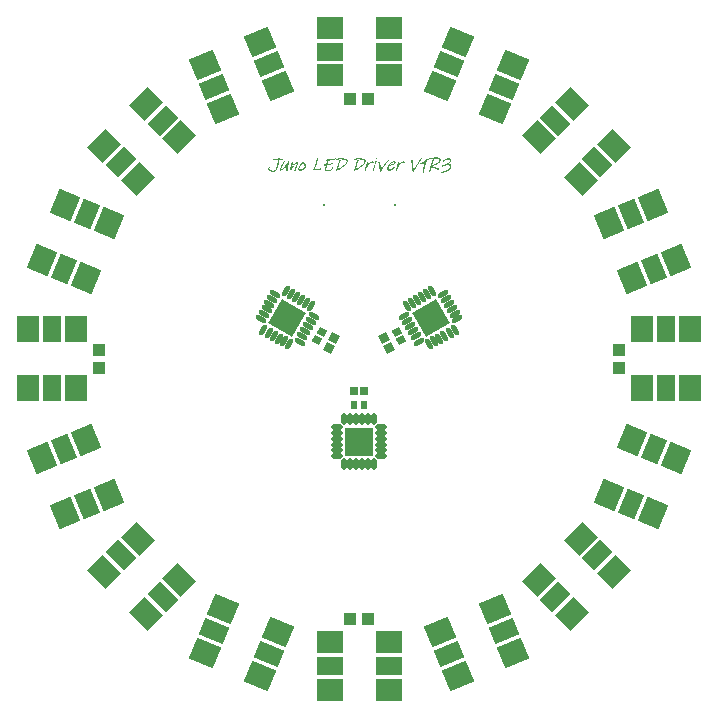
<source format=gts>
G04*
G04 #@! TF.GenerationSoftware,Altium Limited,Altium Designer,20.2.6 (244)*
G04*
G04 Layer_Color=8388736*
%FSLAX24Y24*%
%MOIN*%
G70*
G04*
G04 #@! TF.SameCoordinates,8D7CF149-CDE5-45B4-86FF-19C455488765*
G04*
G04*
G04 #@! TF.FilePolarity,Negative*
G04*
G01*
G75*
%ADD47R,0.0395X0.0395*%
G04:AMPARAMS|DCode=48|XSize=59.2mil|YSize=86.7mil|CornerRadius=0mil|HoleSize=0mil|Usage=FLASHONLY|Rotation=67.500|XOffset=0mil|YOffset=0mil|HoleType=Round|Shape=Rectangle|*
%AMROTATEDRECTD48*
4,1,4,0.0287,-0.0439,-0.0514,-0.0107,-0.0287,0.0439,0.0514,0.0107,0.0287,-0.0439,0.0*
%
%ADD48ROTATEDRECTD48*%

G04:AMPARAMS|DCode=49|XSize=74.9mil|YSize=86.7mil|CornerRadius=0mil|HoleSize=0mil|Usage=FLASHONLY|Rotation=67.500|XOffset=0mil|YOffset=0mil|HoleType=Round|Shape=Rectangle|*
%AMROTATEDRECTD49*
4,1,4,0.0257,-0.0512,-0.0544,-0.0180,-0.0257,0.0512,0.0544,0.0180,0.0257,-0.0512,0.0*
%
%ADD49ROTATEDRECTD49*%

G04:AMPARAMS|DCode=50|XSize=59.2mil|YSize=86.7mil|CornerRadius=0mil|HoleSize=0mil|Usage=FLASHONLY|Rotation=337.500|XOffset=0mil|YOffset=0mil|HoleType=Round|Shape=Rectangle|*
%AMROTATEDRECTD50*
4,1,4,-0.0439,-0.0287,-0.0107,0.0514,0.0439,0.0287,0.0107,-0.0514,-0.0439,-0.0287,0.0*
%
%ADD50ROTATEDRECTD50*%

G04:AMPARAMS|DCode=51|XSize=74.9mil|YSize=86.7mil|CornerRadius=0mil|HoleSize=0mil|Usage=FLASHONLY|Rotation=337.500|XOffset=0mil|YOffset=0mil|HoleType=Round|Shape=Rectangle|*
%AMROTATEDRECTD51*
4,1,4,-0.0512,-0.0257,-0.0180,0.0544,0.0512,0.0257,0.0180,-0.0544,-0.0512,-0.0257,0.0*
%
%ADD51ROTATEDRECTD51*%

G04:AMPARAMS|DCode=52|XSize=59.2mil|YSize=86.7mil|CornerRadius=0mil|HoleSize=0mil|Usage=FLASHONLY|Rotation=45.000|XOffset=0mil|YOffset=0mil|HoleType=Round|Shape=Rectangle|*
%AMROTATEDRECTD52*
4,1,4,0.0097,-0.0516,-0.0516,0.0097,-0.0097,0.0516,0.0516,-0.0097,0.0097,-0.0516,0.0*
%
%ADD52ROTATEDRECTD52*%

G04:AMPARAMS|DCode=53|XSize=74.9mil|YSize=86.7mil|CornerRadius=0mil|HoleSize=0mil|Usage=FLASHONLY|Rotation=45.000|XOffset=0mil|YOffset=0mil|HoleType=Round|Shape=Rectangle|*
%AMROTATEDRECTD53*
4,1,4,0.0042,-0.0572,-0.0572,0.0042,-0.0042,0.0572,0.0572,-0.0042,0.0042,-0.0572,0.0*
%
%ADD53ROTATEDRECTD53*%

G04:AMPARAMS|DCode=54|XSize=59.2mil|YSize=86.7mil|CornerRadius=0mil|HoleSize=0mil|Usage=FLASHONLY|Rotation=315.000|XOffset=0mil|YOffset=0mil|HoleType=Round|Shape=Rectangle|*
%AMROTATEDRECTD54*
4,1,4,-0.0516,-0.0097,0.0097,0.0516,0.0516,0.0097,-0.0097,-0.0516,-0.0516,-0.0097,0.0*
%
%ADD54ROTATEDRECTD54*%

G04:AMPARAMS|DCode=55|XSize=74.9mil|YSize=86.7mil|CornerRadius=0mil|HoleSize=0mil|Usage=FLASHONLY|Rotation=315.000|XOffset=0mil|YOffset=0mil|HoleType=Round|Shape=Rectangle|*
%AMROTATEDRECTD55*
4,1,4,-0.0572,-0.0042,0.0042,0.0572,0.0572,0.0042,-0.0042,-0.0572,-0.0572,-0.0042,0.0*
%
%ADD55ROTATEDRECTD55*%

G04:AMPARAMS|DCode=56|XSize=59.2mil|YSize=86.7mil|CornerRadius=0mil|HoleSize=0mil|Usage=FLASHONLY|Rotation=22.500|XOffset=0mil|YOffset=0mil|HoleType=Round|Shape=Rectangle|*
%AMROTATEDRECTD56*
4,1,4,-0.0107,-0.0514,-0.0439,0.0287,0.0107,0.0514,0.0439,-0.0287,-0.0107,-0.0514,0.0*
%
%ADD56ROTATEDRECTD56*%

G04:AMPARAMS|DCode=57|XSize=74.9mil|YSize=86.7mil|CornerRadius=0mil|HoleSize=0mil|Usage=FLASHONLY|Rotation=22.500|XOffset=0mil|YOffset=0mil|HoleType=Round|Shape=Rectangle|*
%AMROTATEDRECTD57*
4,1,4,-0.0180,-0.0544,-0.0512,0.0257,0.0180,0.0544,0.0512,-0.0257,-0.0180,-0.0544,0.0*
%
%ADD57ROTATEDRECTD57*%

G04:AMPARAMS|DCode=58|XSize=59.2mil|YSize=86.7mil|CornerRadius=0mil|HoleSize=0mil|Usage=FLASHONLY|Rotation=292.500|XOffset=0mil|YOffset=0mil|HoleType=Round|Shape=Rectangle|*
%AMROTATEDRECTD58*
4,1,4,-0.0514,0.0107,0.0287,0.0439,0.0514,-0.0107,-0.0287,-0.0439,-0.0514,0.0107,0.0*
%
%ADD58ROTATEDRECTD58*%

G04:AMPARAMS|DCode=59|XSize=74.9mil|YSize=86.7mil|CornerRadius=0mil|HoleSize=0mil|Usage=FLASHONLY|Rotation=292.500|XOffset=0mil|YOffset=0mil|HoleType=Round|Shape=Rectangle|*
%AMROTATEDRECTD59*
4,1,4,-0.0544,0.0180,0.0257,0.0512,0.0544,-0.0180,-0.0257,-0.0512,-0.0544,0.0180,0.0*
%
%ADD59ROTATEDRECTD59*%

%ADD60R,0.0592X0.0867*%
%ADD61R,0.0749X0.0867*%
%ADD62R,0.0867X0.0592*%
%ADD63R,0.0867X0.0749*%
%ADD64R,0.0395X0.0395*%
%ADD65R,0.0237X0.0277*%
G04:AMPARAMS|DCode=66|XSize=23.7mil|YSize=27.7mil|CornerRadius=0mil|HoleSize=0mil|Usage=FLASHONLY|Rotation=60.000|XOffset=0mil|YOffset=0mil|HoleType=Round|Shape=Rectangle|*
%AMROTATEDRECTD66*
4,1,4,0.0061,-0.0172,-0.0179,-0.0034,-0.0061,0.0172,0.0179,0.0034,0.0061,-0.0172,0.0*
%
%ADD66ROTATEDRECTD66*%

G04:AMPARAMS|DCode=67|XSize=23.7mil|YSize=27.7mil|CornerRadius=0mil|HoleSize=0mil|Usage=FLASHONLY|Rotation=300.000|XOffset=0mil|YOffset=0mil|HoleType=Round|Shape=Rectangle|*
%AMROTATEDRECTD67*
4,1,4,-0.0179,0.0034,0.0061,0.0172,0.0179,-0.0034,-0.0061,-0.0172,-0.0179,0.0034,0.0*
%
%ADD67ROTATEDRECTD67*%

%ADD68O,0.0395X0.0178*%
%ADD69O,0.0178X0.0395*%
%ADD70R,0.0919X0.0919*%
G04:AMPARAMS|DCode=71|XSize=17.8mil|YSize=39.5mil|CornerRadius=0mil|HoleSize=0mil|Usage=FLASHONLY|Rotation=330.000|XOffset=0mil|YOffset=0mil|HoleType=Round|Shape=Round|*
%AMOVALD71*
21,1,0.0217,0.0178,0.0000,0.0000,60.0*
1,1,0.0178,-0.0054,-0.0094*
1,1,0.0178,0.0054,0.0094*
%
%ADD71OVALD71*%

G04:AMPARAMS|DCode=72|XSize=17.8mil|YSize=39.5mil|CornerRadius=0mil|HoleSize=0mil|Usage=FLASHONLY|Rotation=240.000|XOffset=0mil|YOffset=0mil|HoleType=Round|Shape=Round|*
%AMOVALD72*
21,1,0.0217,0.0178,0.0000,0.0000,330.0*
1,1,0.0178,-0.0094,0.0054*
1,1,0.0178,0.0094,-0.0054*
%
%ADD72OVALD72*%

%ADD73P,0.1299X4X285.0*%
G04:AMPARAMS|DCode=74|XSize=17.8mil|YSize=39.5mil|CornerRadius=0mil|HoleSize=0mil|Usage=FLASHONLY|Rotation=210.000|XOffset=0mil|YOffset=0mil|HoleType=Round|Shape=Round|*
%AMOVALD74*
21,1,0.0217,0.0178,0.0000,0.0000,300.0*
1,1,0.0178,-0.0054,0.0094*
1,1,0.0178,0.0054,-0.0094*
%
%ADD74OVALD74*%

G04:AMPARAMS|DCode=75|XSize=17.8mil|YSize=39.5mil|CornerRadius=0mil|HoleSize=0mil|Usage=FLASHONLY|Rotation=120.000|XOffset=0mil|YOffset=0mil|HoleType=Round|Shape=Round|*
%AMOVALD75*
21,1,0.0217,0.0178,0.0000,0.0000,210.0*
1,1,0.0178,0.0094,0.0054*
1,1,0.0178,-0.0094,-0.0054*
%
%ADD75OVALD75*%

%ADD76P,0.1299X4X165.0*%
%ADD77R,0.0297X0.0297*%
%ADD78P,0.0419X4X375.0*%
%ADD79P,0.0419X4X255.0*%
%ADD80C,0.0080*%
%ADD81C,0.0277*%
G36*
X-2650Y6708D02*
X-2648Y6708D01*
X-2646Y6707D01*
X-2643Y6705D01*
X-2641Y6702D01*
X-2640Y6699D01*
X-2639Y6694D01*
Y6693D01*
Y6693D01*
Y6691D01*
X-2639Y6689D01*
X-2640Y6685D01*
X-2640Y6681D01*
X-2641Y6676D01*
X-2642Y6670D01*
X-2633D01*
X-2628Y6670D01*
X-2621D01*
X-2614Y6671D01*
X-2607Y6671D01*
X-2601Y6672D01*
X-2600D01*
X-2598Y6673D01*
X-2595Y6673D01*
X-2592Y6673D01*
X-2588Y6674D01*
X-2585Y6674D01*
X-2582Y6675D01*
X-2581Y6675D01*
X-2580D01*
X-2578Y6675D01*
X-2574Y6676D01*
X-2570Y6677D01*
X-2566Y6677D01*
X-2562Y6677D01*
X-2558Y6678D01*
X-2553D01*
X-2551Y6677D01*
X-2547Y6676D01*
X-2542Y6674D01*
X-2542D01*
X-2542Y6674D01*
X-2540Y6672D01*
X-2539Y6670D01*
X-2538Y6669D01*
Y6666D01*
X-2539Y6664D01*
X-2539Y6663D01*
X-2540Y6662D01*
X-2541Y6660D01*
X-2543Y6657D01*
X-2545Y6654D01*
X-2548Y6651D01*
X-2551Y6647D01*
X-2555Y6644D01*
X-2556Y6643D01*
X-2558Y6642D01*
X-2560Y6641D01*
X-2563Y6639D01*
X-2566Y6637D01*
X-2570Y6635D01*
X-2574Y6634D01*
X-2578Y6632D01*
X-2579D01*
X-2580Y6632D01*
X-2582Y6632D01*
X-2585Y6631D01*
X-2588Y6631D01*
X-2592Y6630D01*
X-2597Y6629D01*
X-2602Y6628D01*
X-2607Y6628D01*
X-2613Y6627D01*
X-2626Y6626D01*
X-2640Y6625D01*
X-2654Y6624D01*
X-2656Y6612D01*
Y6611D01*
Y6611D01*
X-2656Y6610D01*
X-2656Y6609D01*
X-2657Y6605D01*
X-2658Y6600D01*
X-2659Y6594D01*
X-2661Y6587D01*
X-2662Y6579D01*
X-2664Y6570D01*
X-2666Y6560D01*
X-2669Y6550D01*
X-2671Y6539D01*
X-2673Y6528D01*
X-2678Y6505D01*
X-2684Y6481D01*
Y6481D01*
X-2685Y6479D01*
X-2685Y6475D01*
X-2686Y6471D01*
X-2688Y6465D01*
X-2689Y6459D01*
X-2692Y6451D01*
X-2694Y6443D01*
X-2696Y6434D01*
X-2698Y6425D01*
X-2701Y6415D01*
X-2704Y6405D01*
X-2711Y6384D01*
X-2718Y6362D01*
Y6362D01*
X-2718Y6362D01*
X-2718Y6361D01*
X-2719Y6359D01*
X-2720Y6356D01*
X-2722Y6351D01*
X-2724Y6345D01*
X-2727Y6339D01*
X-2731Y6332D01*
X-2734Y6324D01*
X-2739Y6316D01*
X-2743Y6308D01*
X-2748Y6299D01*
X-2753Y6291D01*
X-2759Y6283D01*
X-2765Y6276D01*
X-2772Y6269D01*
X-2779Y6263D01*
X-2779Y6263D01*
X-2781Y6262D01*
X-2783Y6261D01*
X-2785Y6259D01*
X-2789Y6256D01*
X-2794Y6254D01*
X-2799Y6251D01*
X-2805Y6249D01*
X-2812Y6246D01*
X-2819Y6243D01*
X-2827Y6241D01*
X-2835Y6239D01*
X-2845Y6237D01*
X-2854Y6235D01*
X-2865Y6234D01*
X-2876Y6234D01*
X-2879D01*
X-2882Y6234D01*
X-2886D01*
X-2890Y6235D01*
X-2895Y6235D01*
X-2900Y6236D01*
X-2906Y6237D01*
X-2912Y6238D01*
X-2918Y6239D01*
X-2925Y6241D01*
X-2940Y6246D01*
X-2948Y6248D01*
X-2956Y6251D01*
X-2956Y6251D01*
X-2958Y6252D01*
X-2960Y6253D01*
X-2963Y6254D01*
X-2966Y6256D01*
X-2971Y6258D01*
X-2975Y6260D01*
X-2980Y6263D01*
X-2991Y6269D01*
X-3003Y6277D01*
X-3014Y6285D01*
X-3020Y6289D01*
X-3025Y6294D01*
X-3025Y6294D01*
X-3026Y6295D01*
X-3027Y6297D01*
X-3029Y6298D01*
X-3030Y6301D01*
X-3033Y6303D01*
X-3035Y6307D01*
X-3037Y6310D01*
X-3041Y6318D01*
X-3042Y6322D01*
X-3044Y6326D01*
X-3044Y6331D01*
X-3045Y6335D01*
X-3044Y6340D01*
X-3043Y6345D01*
X-3043Y6345D01*
X-3042Y6347D01*
X-3041Y6349D01*
X-3039Y6352D01*
X-3037Y6355D01*
X-3034Y6359D01*
X-3030Y6363D01*
X-3025Y6366D01*
X-3024Y6367D01*
X-3022Y6368D01*
X-3020Y6370D01*
X-3016Y6372D01*
X-3012Y6375D01*
X-3007Y6377D01*
X-3001Y6380D01*
X-2996Y6383D01*
X-2995Y6383D01*
X-2993Y6384D01*
X-2991Y6385D01*
X-2987Y6386D01*
X-2980Y6389D01*
X-2977Y6389D01*
X-2974Y6390D01*
X-2972D01*
X-2970Y6389D01*
X-2968Y6389D01*
X-2965Y6388D01*
X-2963Y6387D01*
X-2962Y6385D01*
X-2961Y6382D01*
Y6382D01*
X-2960Y6381D01*
Y6380D01*
X-2960Y6379D01*
X-2959Y6375D01*
X-2960Y6372D01*
Y6371D01*
X-2960Y6371D01*
X-2961Y6370D01*
X-2962Y6368D01*
X-2964Y6366D01*
X-2966Y6364D01*
X-2969Y6362D01*
X-2972Y6361D01*
X-2973Y6360D01*
X-2974Y6360D01*
X-2976Y6359D01*
X-2978Y6358D01*
X-2982Y6356D01*
X-2984Y6355D01*
X-2986Y6354D01*
X-2986Y6354D01*
X-2987Y6353D01*
X-2989Y6351D01*
X-2990Y6349D01*
Y6349D01*
X-2990Y6347D01*
Y6344D01*
X-2989Y6341D01*
X-2988Y6337D01*
X-2986Y6331D01*
X-2984Y6329D01*
X-2982Y6326D01*
X-2979Y6323D01*
X-2976Y6319D01*
X-2976Y6319D01*
X-2975Y6319D01*
X-2974Y6318D01*
X-2973Y6317D01*
X-2971Y6315D01*
X-2969Y6313D01*
X-2966Y6311D01*
X-2963Y6309D01*
X-2960Y6307D01*
X-2956Y6304D01*
X-2948Y6299D01*
X-2938Y6294D01*
X-2927Y6289D01*
X-2927D01*
X-2926Y6289D01*
X-2924Y6288D01*
X-2922Y6287D01*
X-2919Y6286D01*
X-2915Y6285D01*
X-2912Y6284D01*
X-2907Y6283D01*
X-2898Y6280D01*
X-2888Y6278D01*
X-2876Y6277D01*
X-2865Y6276D01*
X-2859D01*
X-2856Y6277D01*
X-2850Y6277D01*
X-2843Y6278D01*
X-2836Y6278D01*
X-2829Y6280D01*
X-2822Y6282D01*
X-2822D01*
X-2822Y6282D01*
X-2819Y6283D01*
X-2816Y6284D01*
X-2812Y6287D01*
X-2807Y6290D01*
X-2801Y6294D01*
X-2796Y6299D01*
X-2790Y6306D01*
X-2790Y6306D01*
X-2789Y6306D01*
X-2789Y6307D01*
X-2788Y6309D01*
X-2786Y6311D01*
X-2785Y6314D01*
X-2783Y6317D01*
X-2781Y6320D01*
X-2779Y6323D01*
X-2777Y6328D01*
X-2775Y6333D01*
X-2772Y6338D01*
X-2769Y6343D01*
X-2767Y6350D01*
X-2765Y6356D01*
X-2762Y6363D01*
Y6363D01*
X-2762Y6364D01*
X-2761Y6365D01*
X-2761Y6366D01*
X-2761Y6368D01*
X-2760Y6370D01*
X-2759Y6373D01*
X-2758Y6376D01*
X-2757Y6380D01*
X-2756Y6384D01*
X-2755Y6388D01*
X-2753Y6393D01*
X-2752Y6398D01*
X-2750Y6403D01*
X-2749Y6409D01*
X-2747Y6416D01*
X-2745Y6423D01*
X-2743Y6430D01*
X-2741Y6438D01*
X-2739Y6446D01*
X-2737Y6456D01*
X-2734Y6465D01*
X-2732Y6475D01*
X-2730Y6485D01*
X-2727Y6496D01*
X-2725Y6507D01*
X-2722Y6519D01*
X-2719Y6531D01*
X-2717Y6543D01*
X-2714Y6556D01*
X-2711Y6570D01*
X-2708Y6584D01*
Y6585D01*
X-2708Y6587D01*
X-2707Y6590D01*
X-2706Y6593D01*
X-2705Y6597D01*
X-2705Y6602D01*
X-2703Y6610D01*
Y6611D01*
X-2702Y6612D01*
X-2702Y6614D01*
X-2701Y6616D01*
X-2700Y6621D01*
X-2700Y6623D01*
X-2699Y6625D01*
X-2741D01*
X-2752Y6625D01*
X-2766D01*
X-2769Y6626D01*
X-2773D01*
X-2778Y6626D01*
X-2783Y6626D01*
X-2789Y6627D01*
X-2801Y6627D01*
X-2815Y6628D01*
X-2828Y6630D01*
X-2834Y6630D01*
X-2840Y6631D01*
X-2840D01*
X-2842Y6631D01*
X-2844Y6632D01*
X-2846Y6633D01*
X-2849Y6634D01*
X-2851Y6635D01*
X-2854Y6637D01*
X-2856Y6640D01*
X-2856Y6640D01*
X-2857Y6641D01*
X-2858Y6643D01*
X-2858Y6645D01*
X-2858Y6648D01*
Y6651D01*
X-2858Y6655D01*
X-2857Y6659D01*
Y6659D01*
X-2856Y6660D01*
X-2856Y6661D01*
X-2855Y6663D01*
X-2854Y6665D01*
X-2852Y6667D01*
X-2850Y6669D01*
X-2847Y6671D01*
X-2847Y6671D01*
X-2846Y6671D01*
X-2845Y6673D01*
X-2843Y6674D01*
X-2838Y6675D01*
X-2835Y6676D01*
X-2832Y6676D01*
X-2828D01*
X-2824Y6676D01*
X-2820D01*
X-2815Y6675D01*
X-2809Y6675D01*
X-2803Y6674D01*
X-2801D01*
X-2799Y6674D01*
X-2796Y6674D01*
X-2792Y6673D01*
X-2787Y6673D01*
X-2782Y6673D01*
X-2776Y6672D01*
X-2769Y6672D01*
X-2762Y6671D01*
X-2754Y6671D01*
X-2746Y6671D01*
X-2737Y6670D01*
X-2728D01*
X-2709Y6670D01*
X-2690D01*
Y6670D01*
X-2690Y6672D01*
Y6674D01*
X-2689Y6676D01*
X-2689Y6679D01*
X-2688Y6682D01*
X-2685Y6689D01*
Y6689D01*
X-2685Y6690D01*
X-2684Y6691D01*
X-2682Y6693D01*
X-2681Y6695D01*
X-2678Y6697D01*
X-2675Y6700D01*
X-2672Y6702D01*
X-2671Y6702D01*
X-2670Y6703D01*
X-2668Y6704D01*
X-2665Y6705D01*
X-2662Y6706D01*
X-2659Y6707D01*
X-2655Y6708D01*
X-2652Y6709D01*
X-2652D01*
X-2650Y6708D01*
D02*
G37*
G36*
X590Y6711D02*
X590D01*
X591Y6710D01*
X592Y6710D01*
X594Y6709D01*
X595D01*
X595Y6709D01*
X596Y6708D01*
X598Y6707D01*
X599Y6706D01*
X601Y6704D01*
X603Y6702D01*
X604Y6699D01*
Y6699D01*
X605Y6698D01*
X606Y6697D01*
X607Y6695D01*
X608Y6693D01*
X609Y6691D01*
X610Y6688D01*
X611Y6685D01*
Y6685D01*
X612Y6683D01*
X612Y6682D01*
X613Y6680D01*
X614Y6676D01*
X615Y6674D01*
X614Y6672D01*
X614Y6671D01*
X613Y6670D01*
X611Y6667D01*
X608Y6665D01*
X604Y6662D01*
X601Y6660D01*
X598Y6659D01*
X595Y6658D01*
X591Y6657D01*
X587Y6657D01*
X582Y6657D01*
X580D01*
X578Y6657D01*
X574Y6658D01*
X571Y6659D01*
X567Y6661D01*
X563Y6663D01*
X560Y6667D01*
X559Y6667D01*
X558Y6669D01*
X557Y6670D01*
X555Y6673D01*
X554Y6676D01*
X553Y6679D01*
Y6682D01*
X553Y6686D01*
Y6686D01*
X554Y6687D01*
X555Y6689D01*
X556Y6691D01*
X558Y6694D01*
X560Y6697D01*
X564Y6700D01*
X567Y6703D01*
X568Y6703D01*
X569Y6704D01*
X571Y6706D01*
X574Y6707D01*
X578Y6709D01*
X581Y6710D01*
X585Y6711D01*
X589Y6711D01*
X590Y6711D01*
D02*
G37*
G36*
X-762Y6693D02*
X-760Y6693D01*
X-758Y6691D01*
X-756Y6690D01*
X-755Y6687D01*
X-754Y6684D01*
X-755Y6682D01*
X-755Y6679D01*
Y6679D01*
X-756Y6678D01*
X-757Y6675D01*
X-759Y6673D01*
X-762Y6670D01*
X-765Y6667D01*
X-770Y6664D01*
X-775Y6661D01*
X-775D01*
X-776Y6661D01*
X-777Y6660D01*
X-779Y6659D01*
X-781Y6659D01*
X-784Y6658D01*
X-787Y6657D01*
X-791Y6655D01*
X-795Y6654D01*
X-799Y6652D01*
X-805Y6650D01*
X-810Y6649D01*
X-816Y6646D01*
X-822Y6644D01*
X-829Y6643D01*
X-836Y6640D01*
X-837D01*
X-838Y6640D01*
X-840Y6639D01*
X-843Y6639D01*
X-846Y6638D01*
X-850Y6637D01*
X-854Y6636D01*
X-859Y6635D01*
X-869Y6632D01*
X-880Y6630D01*
X-891Y6627D01*
X-901Y6626D01*
X-902D01*
X-903Y6625D01*
X-905Y6625D01*
X-908Y6624D01*
X-912Y6624D01*
X-916Y6623D01*
X-920Y6622D01*
X-925Y6622D01*
X-931Y6621D01*
X-937Y6620D01*
X-950Y6618D01*
X-964Y6616D01*
X-978Y6614D01*
X-979D01*
X-981Y6614D01*
X-984Y6614D01*
X-987Y6613D01*
X-990D01*
X-997Y6612D01*
X-1005Y6612D01*
X-1012Y6611D01*
X-1015Y6611D01*
X-1017D01*
X-1019Y6610D01*
X-1020D01*
Y6610D01*
X-1021Y6609D01*
X-1022Y6607D01*
X-1022Y6605D01*
X-1023Y6602D01*
X-1024Y6599D01*
X-1026Y6595D01*
X-1027Y6590D01*
X-1028Y6586D01*
X-1030Y6580D01*
X-1032Y6575D01*
X-1034Y6568D01*
X-1038Y6556D01*
X-1042Y6541D01*
Y6541D01*
X-1043Y6540D01*
X-1043Y6538D01*
X-1044Y6535D01*
X-1045Y6532D01*
X-1046Y6529D01*
X-1048Y6521D01*
X-1051Y6513D01*
X-1053Y6506D01*
X-1054Y6503D01*
X-1055Y6500D01*
X-1056Y6497D01*
X-1056Y6495D01*
X-1055D01*
X-1054Y6496D01*
X-1052Y6496D01*
X-1050Y6496D01*
X-1047Y6497D01*
X-1044Y6497D01*
X-1040Y6498D01*
X-1035Y6499D01*
X-1030Y6499D01*
X-1024Y6500D01*
X-1018Y6501D01*
X-1010Y6503D01*
X-1002Y6504D01*
X-993Y6505D01*
X-984Y6507D01*
X-964Y6510D01*
X-963D01*
X-962Y6511D01*
X-960Y6511D01*
X-957Y6512D01*
X-953Y6512D01*
X-949Y6513D01*
X-944Y6515D01*
X-939Y6516D01*
X-929Y6519D01*
X-917Y6523D01*
X-906Y6528D01*
X-901Y6531D01*
X-896Y6535D01*
X-895D01*
X-895Y6535D01*
X-893Y6536D01*
X-890Y6538D01*
X-887Y6540D01*
X-883Y6541D01*
X-879Y6543D01*
X-876Y6544D01*
X-873Y6544D01*
X-871D01*
X-870Y6544D01*
X-868Y6544D01*
X-867Y6543D01*
X-865Y6541D01*
X-864Y6540D01*
X-863Y6537D01*
Y6537D01*
X-862Y6536D01*
Y6535D01*
X-862Y6533D01*
Y6528D01*
X-862Y6526D01*
X-863Y6524D01*
X-864Y6523D01*
X-865Y6521D01*
X-866Y6518D01*
X-868Y6516D01*
X-870Y6515D01*
X-872Y6512D01*
X-874Y6510D01*
X-878Y6508D01*
X-881Y6505D01*
X-885Y6503D01*
X-890Y6500D01*
X-895Y6497D01*
X-901Y6495D01*
X-901D01*
X-902Y6494D01*
X-904Y6493D01*
X-906Y6492D01*
X-909Y6491D01*
X-912Y6489D01*
X-916Y6488D01*
X-921Y6487D01*
X-925Y6485D01*
X-931Y6483D01*
X-941Y6480D01*
X-953Y6476D01*
X-965Y6474D01*
X-965D01*
X-966Y6473D01*
X-968Y6473D01*
X-970Y6473D01*
X-973Y6472D01*
X-976Y6472D01*
X-980Y6471D01*
X-984Y6470D01*
X-988Y6469D01*
X-993Y6468D01*
X-1004Y6467D01*
X-1015Y6464D01*
X-1028Y6463D01*
X-1028D01*
X-1029Y6462D01*
X-1031D01*
X-1033Y6462D01*
X-1035Y6461D01*
X-1038Y6461D01*
X-1045Y6460D01*
X-1051Y6459D01*
X-1058Y6459D01*
X-1060Y6458D01*
X-1063Y6458D01*
X-1064Y6457D01*
X-1066D01*
Y6457D01*
X-1066Y6456D01*
X-1067Y6455D01*
X-1067Y6453D01*
X-1068Y6451D01*
X-1069Y6448D01*
X-1070Y6445D01*
X-1071Y6441D01*
X-1073Y6433D01*
X-1075Y6423D01*
X-1078Y6413D01*
X-1081Y6401D01*
X-1084Y6390D01*
X-1086Y6377D01*
X-1091Y6353D01*
X-1093Y6341D01*
X-1095Y6330D01*
X-1095Y6319D01*
X-1096Y6309D01*
X-1095Y6309D01*
X-1094Y6309D01*
X-1091Y6307D01*
X-1087Y6307D01*
X-1083Y6305D01*
X-1078Y6304D01*
X-1073Y6303D01*
X-1067Y6302D01*
X-1066D01*
X-1064Y6301D01*
X-1060Y6301D01*
X-1056Y6301D01*
X-1050Y6300D01*
X-1042Y6299D01*
X-1034Y6299D01*
X-1019D01*
X-1017Y6299D01*
X-1014D01*
X-1011Y6300D01*
X-1007D01*
X-999Y6301D01*
X-991Y6302D01*
X-981Y6303D01*
X-971Y6306D01*
X-971D01*
X-970Y6306D01*
X-969Y6306D01*
X-967Y6307D01*
X-965Y6307D01*
X-962Y6308D01*
X-956Y6310D01*
X-949Y6313D01*
X-942Y6315D01*
X-935Y6319D01*
X-928Y6322D01*
X-928D01*
X-928Y6322D01*
X-926Y6323D01*
X-923Y6325D01*
X-920Y6327D01*
X-916Y6330D01*
X-913Y6333D01*
X-911Y6335D01*
X-909Y6338D01*
X-909Y6338D01*
X-909Y6340D01*
X-908Y6342D01*
Y6345D01*
Y6345D01*
Y6346D01*
X-909Y6347D01*
X-909Y6350D01*
X-910Y6354D01*
Y6354D01*
X-910Y6355D01*
X-911Y6358D01*
X-912Y6361D01*
Y6361D01*
X-913Y6361D01*
Y6363D01*
X-913Y6366D01*
X-912Y6369D01*
X-912Y6370D01*
X-911Y6371D01*
X-910Y6373D01*
X-908Y6376D01*
X-904Y6378D01*
X-900Y6380D01*
X-895Y6381D01*
X-892Y6382D01*
X-886D01*
X-884Y6381D01*
X-881Y6380D01*
X-878Y6379D01*
X-875Y6377D01*
X-872Y6375D01*
X-870Y6371D01*
X-869Y6371D01*
X-869Y6369D01*
X-868Y6367D01*
X-868Y6365D01*
X-867Y6361D01*
X-867Y6357D01*
X-868Y6353D01*
X-869Y6349D01*
Y6349D01*
X-869Y6348D01*
X-869Y6347D01*
X-870Y6345D01*
X-871Y6343D01*
X-872Y6341D01*
X-876Y6335D01*
X-880Y6329D01*
X-883Y6325D01*
X-886Y6321D01*
X-889Y6317D01*
X-893Y6314D01*
X-897Y6310D01*
X-902Y6306D01*
X-902Y6305D01*
X-903Y6305D01*
X-905Y6304D01*
X-907Y6302D01*
X-909Y6301D01*
X-912Y6299D01*
X-916Y6296D01*
X-920Y6294D01*
X-924Y6291D01*
X-929Y6289D01*
X-934Y6286D01*
X-940Y6283D01*
X-952Y6278D01*
X-965Y6273D01*
X-965D01*
X-966Y6273D01*
X-968Y6272D01*
X-971Y6271D01*
X-974Y6270D01*
X-978Y6269D01*
X-983Y6268D01*
X-988Y6267D01*
X-993Y6265D01*
X-999Y6264D01*
X-1012Y6262D01*
X-1026Y6261D01*
X-1040Y6260D01*
X-1050D01*
X-1054Y6260D01*
X-1058D01*
X-1062Y6261D01*
X-1072Y6261D01*
X-1083Y6262D01*
X-1093Y6263D01*
X-1098Y6264D01*
X-1103Y6264D01*
X-1103D01*
X-1104Y6265D01*
X-1105D01*
X-1107Y6265D01*
X-1111Y6266D01*
X-1116Y6268D01*
X-1121Y6270D01*
X-1127Y6273D01*
X-1132Y6277D01*
X-1136Y6281D01*
Y6281D01*
X-1136Y6282D01*
X-1137Y6283D01*
X-1137Y6285D01*
X-1138Y6287D01*
X-1139Y6289D01*
X-1139Y6292D01*
X-1140Y6296D01*
X-1140Y6300D01*
X-1141Y6305D01*
X-1141Y6309D01*
Y6315D01*
X-1141Y6321D01*
X-1140Y6327D01*
X-1139Y6335D01*
X-1138Y6342D01*
Y6343D01*
X-1137Y6344D01*
X-1137Y6347D01*
X-1136Y6350D01*
X-1135Y6354D01*
X-1134Y6359D01*
X-1133Y6365D01*
X-1131Y6372D01*
X-1129Y6379D01*
X-1127Y6387D01*
X-1125Y6396D01*
X-1123Y6406D01*
X-1120Y6416D01*
X-1117Y6426D01*
X-1114Y6438D01*
X-1111Y6450D01*
X-1111D01*
X-1112Y6449D01*
X-1114Y6449D01*
X-1116Y6448D01*
X-1119Y6447D01*
X-1123Y6446D01*
X-1127Y6445D01*
X-1133Y6444D01*
X-1134D01*
X-1135Y6444D01*
X-1138Y6444D01*
X-1142Y6443D01*
X-1145Y6443D01*
X-1149Y6442D01*
X-1153Y6442D01*
X-1158D01*
X-1160Y6442D01*
X-1162Y6443D01*
X-1165Y6444D01*
X-1167Y6445D01*
X-1169Y6446D01*
X-1171Y6449D01*
Y6449D01*
X-1172Y6450D01*
X-1172Y6451D01*
X-1173Y6453D01*
X-1173Y6456D01*
Y6458D01*
X-1173Y6461D01*
X-1172Y6465D01*
Y6465D01*
X-1171Y6466D01*
X-1171Y6467D01*
X-1170Y6468D01*
X-1169Y6472D01*
X-1166Y6476D01*
X-1165Y6476D01*
X-1165Y6476D01*
X-1164Y6477D01*
X-1163Y6478D01*
X-1159Y6480D01*
X-1157Y6481D01*
X-1154Y6482D01*
X-1153D01*
X-1152Y6482D01*
X-1151D01*
X-1147Y6483D01*
X-1143Y6483D01*
X-1138Y6484D01*
X-1133Y6484D01*
X-1128Y6485D01*
X-1124Y6485D01*
X-1101Y6488D01*
Y6488D01*
X-1101Y6488D01*
X-1101Y6489D01*
X-1100Y6491D01*
X-1099Y6495D01*
X-1098Y6500D01*
X-1095Y6506D01*
X-1093Y6513D01*
X-1091Y6521D01*
X-1088Y6530D01*
X-1085Y6540D01*
X-1082Y6550D01*
X-1076Y6569D01*
X-1074Y6579D01*
X-1071Y6589D01*
X-1068Y6598D01*
X-1066Y6607D01*
X-1067D01*
X-1070Y6606D01*
X-1074Y6606D01*
X-1103Y6606D01*
X-1105D01*
X-1106Y6606D01*
X-1108Y6606D01*
X-1112Y6608D01*
X-1114Y6609D01*
X-1115Y6610D01*
Y6611D01*
X-1115Y6611D01*
X-1116Y6612D01*
X-1117Y6614D01*
X-1117Y6617D01*
Y6619D01*
X-1116Y6622D01*
Y6622D01*
X-1116Y6622D01*
X-1115Y6625D01*
X-1113Y6628D01*
X-1109Y6632D01*
X-1105Y6636D01*
X-1102Y6639D01*
X-1099Y6641D01*
X-1095Y6643D01*
X-1091Y6644D01*
X-1087Y6646D01*
X-1082Y6647D01*
X-1082D01*
X-1081Y6648D01*
X-1079Y6648D01*
X-1077Y6649D01*
X-1074Y6649D01*
X-1071Y6649D01*
X-1067Y6650D01*
X-1062Y6650D01*
X-1062D01*
X-1060Y6651D01*
X-1058Y6651D01*
X-1056Y6651D01*
X-1053D01*
X-1051Y6652D01*
X-1049Y6652D01*
X-1048D01*
X-1047Y6653D01*
X-1045Y6654D01*
X-1042Y6656D01*
X-1038Y6659D01*
X-1033Y6661D01*
X-1027Y6663D01*
X-1021Y6665D01*
X-1015Y6665D01*
X-1014D01*
X-1011Y6665D01*
X-1010Y6663D01*
X-1009Y6662D01*
X-1008Y6661D01*
X-1007Y6658D01*
Y6658D01*
Y6657D01*
X-1007Y6655D01*
Y6655D01*
X-1007Y6654D01*
X-1006D01*
X-1006Y6655D01*
X-1004D01*
X-1002Y6655D01*
X-1000D01*
X-996Y6656D01*
X-992Y6656D01*
X-987Y6657D01*
X-981Y6657D01*
X-975Y6658D01*
X-968Y6658D01*
X-960Y6659D01*
X-952Y6660D01*
X-943Y6661D01*
X-933Y6662D01*
X-923Y6663D01*
X-912Y6665D01*
X-912D01*
X-910Y6665D01*
X-908Y6665D01*
X-905Y6666D01*
X-901Y6666D01*
X-896Y6667D01*
X-890Y6668D01*
X-882Y6669D01*
X-875Y6671D01*
X-866Y6672D01*
X-856Y6674D01*
X-845Y6677D01*
X-833Y6679D01*
X-820Y6682D01*
X-806Y6685D01*
X-791Y6688D01*
X-764Y6693D01*
X-763D01*
X-762Y6693D01*
D02*
G37*
G36*
X1478Y6591D02*
X1482Y6590D01*
X1486Y6589D01*
X1491Y6588D01*
X1495Y6586D01*
X1500Y6584D01*
X1500Y6584D01*
X1501Y6583D01*
X1504Y6581D01*
X1506Y6579D01*
X1509Y6576D01*
X1512Y6574D01*
X1514Y6570D01*
X1516Y6566D01*
X1516Y6566D01*
X1517Y6564D01*
X1517Y6562D01*
X1518Y6559D01*
X1518Y6556D01*
X1518Y6552D01*
X1518Y6548D01*
X1517Y6544D01*
Y6544D01*
X1516Y6543D01*
X1516Y6541D01*
X1514Y6539D01*
X1512Y6536D01*
X1509Y6533D01*
X1506Y6530D01*
X1502Y6527D01*
X1501Y6527D01*
X1500Y6525D01*
X1497Y6524D01*
X1494Y6523D01*
X1491Y6521D01*
X1488Y6520D01*
X1484Y6519D01*
X1481Y6518D01*
X1480D01*
X1478Y6519D01*
X1477Y6519D01*
X1473Y6520D01*
X1472Y6521D01*
X1470Y6523D01*
Y6523D01*
X1469Y6523D01*
X1469Y6524D01*
X1468Y6526D01*
X1467Y6528D01*
X1466Y6530D01*
X1465Y6533D01*
X1464Y6536D01*
Y6536D01*
X1463Y6537D01*
X1462Y6539D01*
X1460Y6541D01*
X1457Y6544D01*
X1457D01*
X1457Y6545D01*
X1454Y6546D01*
X1451Y6547D01*
X1447Y6548D01*
X1446D01*
X1445Y6547D01*
X1444Y6547D01*
X1442Y6546D01*
X1440Y6545D01*
X1437Y6544D01*
X1434Y6542D01*
X1430Y6540D01*
X1426Y6536D01*
X1421Y6533D01*
X1416Y6528D01*
X1410Y6523D01*
X1403Y6517D01*
X1395Y6510D01*
X1387Y6502D01*
X1387Y6501D01*
X1385Y6500D01*
X1383Y6497D01*
X1380Y6493D01*
X1375Y6489D01*
X1370Y6484D01*
X1365Y6477D01*
X1358Y6470D01*
X1351Y6462D01*
X1344Y6453D01*
X1336Y6444D01*
X1327Y6433D01*
X1319Y6422D01*
X1309Y6410D01*
X1300Y6398D01*
X1290Y6385D01*
Y6384D01*
X1289Y6383D01*
X1288Y6380D01*
X1287Y6376D01*
X1286Y6371D01*
X1284Y6365D01*
X1282Y6358D01*
X1280Y6351D01*
Y6350D01*
X1280Y6350D01*
Y6349D01*
X1279Y6347D01*
X1278Y6343D01*
X1277Y6338D01*
X1275Y6333D01*
X1274Y6328D01*
X1272Y6323D01*
X1271Y6318D01*
X1264Y6292D01*
Y6291D01*
X1264Y6290D01*
X1263Y6289D01*
X1262Y6286D01*
X1260Y6283D01*
X1258Y6281D01*
X1256Y6277D01*
X1253Y6274D01*
X1253Y6274D01*
X1252Y6273D01*
X1250Y6271D01*
X1247Y6270D01*
X1244Y6268D01*
X1240Y6267D01*
X1236Y6266D01*
X1231Y6265D01*
X1231D01*
X1229Y6266D01*
X1227Y6267D01*
X1224Y6269D01*
X1223Y6271D01*
X1222Y6273D01*
X1221Y6275D01*
X1221Y6278D01*
X1220Y6282D01*
Y6286D01*
X1221Y6290D01*
X1222Y6296D01*
Y6296D01*
X1223Y6297D01*
X1223Y6299D01*
X1224Y6302D01*
X1224Y6305D01*
X1225Y6309D01*
X1227Y6313D01*
X1228Y6318D01*
X1230Y6324D01*
X1232Y6330D01*
X1233Y6337D01*
X1236Y6345D01*
X1238Y6353D01*
X1241Y6362D01*
X1244Y6371D01*
X1247Y6381D01*
X1248Y6382D01*
X1248Y6384D01*
X1249Y6387D01*
X1250Y6392D01*
X1252Y6397D01*
X1254Y6404D01*
X1257Y6412D01*
X1260Y6421D01*
Y6421D01*
X1260Y6422D01*
X1260Y6423D01*
X1261Y6425D01*
X1262Y6428D01*
X1263Y6430D01*
X1264Y6434D01*
X1265Y6438D01*
X1267Y6442D01*
X1268Y6447D01*
X1269Y6452D01*
X1271Y6457D01*
X1275Y6469D01*
X1279Y6482D01*
X1279Y6483D01*
X1280Y6484D01*
X1280Y6487D01*
X1282Y6491D01*
X1283Y6495D01*
X1284Y6500D01*
X1286Y6505D01*
X1288Y6512D01*
X1292Y6524D01*
X1296Y6537D01*
X1298Y6543D01*
X1300Y6549D01*
X1302Y6554D01*
X1303Y6559D01*
Y6559D01*
X1304Y6559D01*
X1304Y6560D01*
X1305Y6562D01*
X1307Y6565D01*
X1310Y6569D01*
X1314Y6573D01*
X1319Y6576D01*
X1322Y6578D01*
X1326Y6579D01*
X1330Y6579D01*
X1334Y6579D01*
X1336D01*
X1339Y6579D01*
X1342Y6578D01*
X1344Y6576D01*
X1347Y6574D01*
X1348Y6571D01*
X1348Y6570D01*
Y6567D01*
Y6567D01*
X1348Y6565D01*
X1348Y6562D01*
X1347Y6558D01*
X1346Y6553D01*
X1344Y6547D01*
X1341Y6539D01*
X1338Y6529D01*
X1307Y6437D01*
X1307Y6437D01*
X1308Y6438D01*
X1309Y6441D01*
X1311Y6444D01*
X1313Y6448D01*
X1315Y6453D01*
X1318Y6458D01*
X1322Y6463D01*
X1326Y6469D01*
X1330Y6476D01*
X1335Y6482D01*
X1339Y6489D01*
X1350Y6503D01*
X1363Y6516D01*
X1363Y6517D01*
X1364Y6518D01*
X1366Y6520D01*
X1369Y6522D01*
X1371Y6525D01*
X1375Y6529D01*
X1379Y6532D01*
X1383Y6537D01*
X1393Y6546D01*
X1404Y6555D01*
X1415Y6563D01*
X1420Y6568D01*
X1426Y6571D01*
X1426Y6572D01*
X1427Y6572D01*
X1429Y6573D01*
X1430Y6574D01*
X1433Y6576D01*
X1436Y6578D01*
X1442Y6581D01*
X1450Y6585D01*
X1458Y6588D01*
X1466Y6590D01*
X1469Y6591D01*
X1473Y6591D01*
X1476D01*
X1478Y6591D01*
D02*
G37*
G36*
X441D02*
X445Y6590D01*
X449Y6589D01*
X454Y6588D01*
X458Y6586D01*
X463Y6584D01*
X463Y6584D01*
X464Y6583D01*
X467Y6581D01*
X469Y6579D01*
X472Y6576D01*
X475Y6574D01*
X477Y6570D01*
X479Y6566D01*
X479Y6566D01*
X480Y6564D01*
X480Y6562D01*
X481Y6559D01*
X481Y6556D01*
X481Y6552D01*
X481Y6548D01*
X480Y6544D01*
Y6544D01*
X479Y6543D01*
X479Y6541D01*
X477Y6539D01*
X475Y6536D01*
X472Y6533D01*
X469Y6530D01*
X465Y6527D01*
X464Y6527D01*
X463Y6525D01*
X460Y6524D01*
X457Y6523D01*
X454Y6521D01*
X450Y6520D01*
X447Y6519D01*
X444Y6518D01*
X442D01*
X441Y6519D01*
X440Y6519D01*
X436Y6520D01*
X434Y6521D01*
X433Y6523D01*
Y6523D01*
X432Y6523D01*
X432Y6524D01*
X431Y6526D01*
X430Y6528D01*
X429Y6530D01*
X428Y6533D01*
X426Y6536D01*
Y6536D01*
X426Y6537D01*
X425Y6539D01*
X423Y6541D01*
X420Y6544D01*
X420D01*
X420Y6545D01*
X417Y6546D01*
X414Y6547D01*
X410Y6548D01*
X409D01*
X408Y6547D01*
X407Y6547D01*
X405Y6546D01*
X403Y6545D01*
X400Y6544D01*
X397Y6542D01*
X393Y6540D01*
X389Y6536D01*
X384Y6533D01*
X379Y6528D01*
X373Y6523D01*
X366Y6517D01*
X358Y6510D01*
X350Y6502D01*
X350Y6501D01*
X348Y6500D01*
X346Y6497D01*
X343Y6493D01*
X338Y6489D01*
X333Y6484D01*
X328Y6477D01*
X321Y6470D01*
X314Y6462D01*
X307Y6453D01*
X299Y6444D01*
X290Y6433D01*
X282Y6422D01*
X272Y6410D01*
X263Y6398D01*
X253Y6385D01*
Y6384D01*
X252Y6383D01*
X251Y6380D01*
X250Y6376D01*
X249Y6371D01*
X247Y6365D01*
X245Y6358D01*
X243Y6351D01*
Y6350D01*
X243Y6350D01*
Y6349D01*
X242Y6347D01*
X241Y6343D01*
X240Y6338D01*
X238Y6333D01*
X237Y6328D01*
X235Y6323D01*
X234Y6318D01*
X227Y6292D01*
Y6291D01*
X227Y6290D01*
X226Y6289D01*
X225Y6286D01*
X223Y6283D01*
X221Y6281D01*
X219Y6277D01*
X216Y6274D01*
X216Y6274D01*
X215Y6273D01*
X213Y6271D01*
X210Y6270D01*
X207Y6268D01*
X203Y6267D01*
X199Y6266D01*
X194Y6265D01*
X194D01*
X192Y6266D01*
X190Y6267D01*
X187Y6269D01*
X186Y6271D01*
X185Y6273D01*
X184Y6275D01*
X184Y6278D01*
X183Y6282D01*
Y6286D01*
X184Y6290D01*
X185Y6296D01*
Y6296D01*
X186Y6297D01*
X186Y6299D01*
X187Y6302D01*
X187Y6305D01*
X188Y6309D01*
X190Y6313D01*
X191Y6318D01*
X193Y6324D01*
X195Y6330D01*
X196Y6337D01*
X199Y6345D01*
X201Y6353D01*
X204Y6362D01*
X207Y6371D01*
X210Y6381D01*
X211Y6382D01*
X211Y6384D01*
X212Y6387D01*
X213Y6392D01*
X215Y6397D01*
X217Y6404D01*
X220Y6412D01*
X223Y6421D01*
Y6421D01*
X223Y6422D01*
X223Y6423D01*
X224Y6425D01*
X225Y6428D01*
X226Y6430D01*
X227Y6434D01*
X228Y6438D01*
X230Y6442D01*
X231Y6447D01*
X232Y6452D01*
X234Y6457D01*
X238Y6469D01*
X242Y6482D01*
X242Y6483D01*
X243Y6484D01*
X243Y6487D01*
X244Y6491D01*
X246Y6495D01*
X247Y6500D01*
X249Y6505D01*
X251Y6512D01*
X255Y6524D01*
X259Y6537D01*
X261Y6543D01*
X263Y6549D01*
X265Y6554D01*
X266Y6559D01*
Y6559D01*
X267Y6559D01*
X267Y6560D01*
X268Y6562D01*
X270Y6565D01*
X273Y6569D01*
X277Y6573D01*
X282Y6576D01*
X285Y6578D01*
X289Y6579D01*
X293Y6579D01*
X297Y6579D01*
X299D01*
X302Y6579D01*
X305Y6578D01*
X307Y6576D01*
X310Y6574D01*
X311Y6571D01*
X311Y6570D01*
Y6567D01*
Y6567D01*
X311Y6565D01*
X311Y6562D01*
X310Y6558D01*
X309Y6553D01*
X307Y6547D01*
X304Y6539D01*
X301Y6529D01*
X270Y6437D01*
X270Y6437D01*
X271Y6438D01*
X272Y6441D01*
X274Y6444D01*
X276Y6448D01*
X278Y6453D01*
X281Y6458D01*
X285Y6463D01*
X289Y6469D01*
X293Y6476D01*
X298Y6482D01*
X302Y6489D01*
X313Y6503D01*
X326Y6516D01*
X326Y6517D01*
X327Y6518D01*
X329Y6520D01*
X331Y6522D01*
X334Y6525D01*
X338Y6529D01*
X342Y6532D01*
X346Y6537D01*
X356Y6546D01*
X367Y6555D01*
X378Y6563D01*
X383Y6568D01*
X389Y6571D01*
X389Y6572D01*
X390Y6572D01*
X392Y6573D01*
X393Y6574D01*
X396Y6576D01*
X399Y6578D01*
X405Y6581D01*
X413Y6585D01*
X421Y6588D01*
X429Y6590D01*
X432Y6591D01*
X436Y6591D01*
X438D01*
X441Y6591D01*
D02*
G37*
G36*
X-2341Y6588D02*
X-2339Y6588D01*
X-2337Y6587D01*
X-2334Y6586D01*
X-2331Y6584D01*
X-2328Y6581D01*
X-2328Y6581D01*
X-2327Y6580D01*
X-2326Y6579D01*
X-2325Y6576D01*
X-2324Y6574D01*
X-2323Y6571D01*
X-2322Y6568D01*
X-2323Y6565D01*
Y6564D01*
X-2324Y6563D01*
X-2324Y6561D01*
X-2325Y6559D01*
X-2326Y6555D01*
X-2328Y6551D01*
X-2330Y6545D01*
X-2332Y6539D01*
X-2334Y6533D01*
X-2336Y6525D01*
X-2339Y6516D01*
X-2342Y6507D01*
X-2345Y6497D01*
X-2349Y6486D01*
X-2352Y6474D01*
X-2356Y6461D01*
Y6461D01*
X-2357Y6460D01*
Y6459D01*
X-2357Y6458D01*
X-2358Y6454D01*
X-2360Y6450D01*
X-2361Y6444D01*
X-2364Y6437D01*
X-2366Y6430D01*
X-2368Y6422D01*
X-2373Y6406D01*
X-2377Y6390D01*
X-2380Y6383D01*
X-2381Y6376D01*
X-2383Y6369D01*
X-2384Y6364D01*
Y6363D01*
X-2385Y6363D01*
Y6362D01*
X-2385Y6360D01*
X-2386Y6358D01*
X-2386Y6355D01*
X-2387Y6350D01*
X-2388Y6344D01*
X-2389Y6337D01*
X-2389Y6331D01*
X-2389Y6326D01*
Y6325D01*
X-2388Y6324D01*
X-2388Y6322D01*
X-2387Y6319D01*
X-2387Y6315D01*
X-2386Y6312D01*
X-2384Y6308D01*
X-2383Y6305D01*
Y6305D01*
X-2383Y6303D01*
X-2382Y6302D01*
X-2381Y6300D01*
X-2380Y6296D01*
X-2380Y6294D01*
X-2380Y6293D01*
X-2381Y6292D01*
X-2381Y6291D01*
X-2382Y6289D01*
X-2384Y6286D01*
X-2386Y6282D01*
X-2388Y6279D01*
X-2391Y6276D01*
X-2395Y6273D01*
X-2395Y6273D01*
X-2397Y6272D01*
X-2399Y6271D01*
X-2401Y6269D01*
X-2405Y6268D01*
X-2409Y6267D01*
X-2413Y6266D01*
X-2417Y6266D01*
X-2418D01*
X-2420Y6266D01*
X-2423Y6267D01*
X-2426Y6269D01*
X-2428Y6271D01*
X-2429Y6273D01*
X-2431Y6275D01*
X-2432Y6278D01*
X-2433Y6281D01*
X-2435Y6285D01*
X-2435Y6289D01*
X-2436Y6294D01*
Y6294D01*
Y6295D01*
Y6297D01*
Y6299D01*
Y6302D01*
Y6305D01*
Y6308D01*
X-2435Y6312D01*
X-2435Y6321D01*
X-2434Y6330D01*
X-2432Y6341D01*
X-2430Y6351D01*
Y6352D01*
X-2429Y6353D01*
X-2429Y6354D01*
X-2428Y6357D01*
X-2428Y6360D01*
X-2426Y6364D01*
X-2425Y6369D01*
X-2423Y6375D01*
X-2421Y6382D01*
X-2419Y6390D01*
X-2416Y6398D01*
X-2413Y6408D01*
X-2409Y6419D01*
X-2406Y6432D01*
X-2401Y6445D01*
X-2397Y6460D01*
X-2396Y6460D01*
X-2396Y6462D01*
X-2395Y6465D01*
X-2394Y6468D01*
X-2393Y6472D01*
X-2392Y6476D01*
X-2388Y6486D01*
X-2388Y6487D01*
X-2388Y6488D01*
X-2387Y6491D01*
X-2386Y6493D01*
X-2385Y6496D01*
X-2383Y6499D01*
X-2383Y6501D01*
X-2381Y6503D01*
X-2382Y6503D01*
X-2383Y6501D01*
X-2384Y6499D01*
X-2385Y6496D01*
X-2388Y6493D01*
X-2391Y6488D01*
X-2394Y6483D01*
X-2398Y6477D01*
X-2403Y6470D01*
X-2408Y6463D01*
X-2414Y6455D01*
X-2420Y6447D01*
X-2427Y6438D01*
X-2435Y6429D01*
X-2444Y6419D01*
X-2453Y6409D01*
X-2453Y6408D01*
X-2455Y6406D01*
X-2458Y6403D01*
X-2462Y6400D01*
X-2466Y6394D01*
X-2471Y6389D01*
X-2477Y6383D01*
X-2484Y6376D01*
X-2491Y6369D01*
X-2498Y6361D01*
X-2506Y6353D01*
X-2515Y6345D01*
X-2532Y6329D01*
X-2549Y6313D01*
X-2550Y6313D01*
X-2551Y6311D01*
X-2554Y6309D01*
X-2557Y6307D01*
X-2561Y6303D01*
X-2565Y6300D01*
X-2570Y6297D01*
X-2575Y6293D01*
X-2586Y6285D01*
X-2592Y6282D01*
X-2598Y6279D01*
X-2604Y6276D01*
X-2609Y6274D01*
X-2614Y6273D01*
X-2619Y6273D01*
X-2621D01*
X-2623Y6273D01*
X-2627Y6274D01*
X-2631Y6275D01*
X-2636Y6278D01*
X-2638Y6280D01*
X-2639Y6283D01*
X-2641Y6285D01*
X-2642Y6289D01*
X-2643Y6292D01*
Y6297D01*
Y6297D01*
Y6298D01*
X-2643Y6299D01*
Y6301D01*
X-2642Y6304D01*
X-2642Y6307D01*
X-2641Y6310D01*
X-2641Y6315D01*
X-2639Y6319D01*
X-2638Y6325D01*
X-2637Y6331D01*
X-2635Y6338D01*
X-2633Y6345D01*
X-2631Y6352D01*
X-2629Y6361D01*
X-2626Y6369D01*
X-2625Y6370D01*
X-2625Y6371D01*
X-2624Y6374D01*
X-2623Y6377D01*
X-2621Y6381D01*
X-2619Y6386D01*
X-2617Y6392D01*
X-2614Y6399D01*
X-2611Y6406D01*
X-2608Y6414D01*
X-2604Y6422D01*
X-2600Y6431D01*
X-2595Y6440D01*
X-2590Y6450D01*
X-2585Y6460D01*
X-2579Y6471D01*
X-2579Y6472D01*
X-2578Y6473D01*
X-2577Y6476D01*
X-2574Y6480D01*
X-2571Y6485D01*
X-2568Y6491D01*
X-2565Y6496D01*
X-2561Y6503D01*
X-2552Y6517D01*
X-2543Y6531D01*
X-2538Y6539D01*
X-2533Y6545D01*
X-2528Y6552D01*
X-2523Y6558D01*
X-2523Y6558D01*
X-2521Y6560D01*
X-2519Y6562D01*
X-2516Y6565D01*
X-2510Y6572D01*
X-2507Y6575D01*
X-2504Y6578D01*
X-2503Y6578D01*
X-2502Y6579D01*
X-2501Y6579D01*
X-2499Y6581D01*
X-2496Y6582D01*
X-2494Y6583D01*
X-2491Y6583D01*
X-2488Y6584D01*
X-2486D01*
X-2485Y6583D01*
X-2481Y6583D01*
X-2478Y6582D01*
X-2474Y6580D01*
X-2471Y6578D01*
X-2470Y6577D01*
X-2470Y6575D01*
Y6573D01*
X-2470Y6571D01*
Y6571D01*
X-2470Y6570D01*
X-2471Y6569D01*
X-2472Y6568D01*
X-2474Y6566D01*
X-2475Y6563D01*
X-2478Y6560D01*
X-2481Y6557D01*
X-2482Y6557D01*
X-2483Y6556D01*
X-2484Y6554D01*
X-2486Y6551D01*
X-2489Y6548D01*
X-2492Y6544D01*
X-2495Y6540D01*
X-2499Y6535D01*
X-2503Y6529D01*
X-2507Y6524D01*
X-2512Y6517D01*
X-2517Y6511D01*
X-2527Y6496D01*
X-2537Y6480D01*
X-2537Y6480D01*
X-2538Y6479D01*
X-2539Y6476D01*
X-2541Y6473D01*
X-2544Y6468D01*
X-2547Y6463D01*
X-2550Y6457D01*
X-2553Y6450D01*
X-2557Y6442D01*
X-2561Y6433D01*
X-2565Y6424D01*
X-2570Y6414D01*
X-2574Y6403D01*
X-2579Y6391D01*
X-2583Y6378D01*
X-2588Y6365D01*
Y6365D01*
X-2589Y6363D01*
X-2590Y6361D01*
X-2590Y6358D01*
X-2591Y6355D01*
X-2593Y6351D01*
X-2594Y6343D01*
X-2596Y6335D01*
X-2597Y6332D01*
X-2597Y6329D01*
X-2598Y6326D01*
X-2597Y6324D01*
X-2597Y6322D01*
X-2595Y6322D01*
X-2595D01*
X-2594Y6322D01*
X-2593Y6323D01*
X-2591Y6323D01*
X-2589Y6324D01*
X-2587Y6325D01*
X-2584Y6326D01*
X-2581Y6328D01*
X-2577Y6330D01*
X-2573Y6333D01*
X-2568Y6337D01*
X-2563Y6340D01*
X-2557Y6345D01*
X-2551Y6350D01*
X-2544Y6356D01*
X-2544Y6357D01*
X-2542Y6358D01*
X-2540Y6360D01*
X-2538Y6362D01*
X-2534Y6366D01*
X-2530Y6370D01*
X-2525Y6374D01*
X-2519Y6380D01*
X-2514Y6386D01*
X-2507Y6392D01*
X-2500Y6399D01*
X-2493Y6406D01*
X-2486Y6414D01*
X-2478Y6422D01*
X-2470Y6431D01*
X-2462Y6440D01*
X-2462Y6441D01*
X-2460Y6442D01*
X-2457Y6445D01*
X-2455Y6449D01*
X-2451Y6453D01*
X-2447Y6458D01*
X-2442Y6464D01*
X-2436Y6469D01*
X-2431Y6476D01*
X-2425Y6483D01*
X-2413Y6497D01*
X-2402Y6512D01*
X-2396Y6519D01*
X-2391Y6526D01*
X-2391Y6527D01*
X-2390Y6528D01*
X-2388Y6531D01*
X-2385Y6535D01*
X-2382Y6540D01*
X-2378Y6547D01*
X-2373Y6554D01*
X-2368Y6563D01*
X-2368Y6563D01*
X-2367Y6565D01*
X-2366Y6567D01*
X-2364Y6570D01*
X-2361Y6575D01*
X-2359Y6578D01*
X-2357Y6581D01*
X-2357Y6582D01*
X-2356Y6582D01*
X-2355Y6583D01*
X-2353Y6585D01*
X-2349Y6587D01*
X-2347Y6588D01*
X-2345Y6588D01*
X-2343D01*
X-2341Y6588D01*
D02*
G37*
G36*
X13Y6690D02*
X17D01*
X21Y6689D01*
X26D01*
X32Y6689D01*
X37Y6689D01*
X50Y6688D01*
X63Y6687D01*
X77Y6685D01*
X92Y6683D01*
X107Y6681D01*
X122Y6679D01*
X136Y6676D01*
X151Y6672D01*
X164Y6668D01*
X177Y6663D01*
X178D01*
X178Y6663D01*
X180Y6662D01*
X183Y6661D01*
X187Y6658D01*
X192Y6655D01*
X196Y6651D01*
X202Y6647D01*
X207Y6642D01*
X212Y6636D01*
X216Y6629D01*
X220Y6622D01*
X223Y6614D01*
X224Y6604D01*
X225Y6599D01*
X224Y6594D01*
X224Y6589D01*
X223Y6583D01*
X222Y6578D01*
X220Y6572D01*
X220Y6571D01*
X219Y6570D01*
X218Y6567D01*
X217Y6563D01*
X215Y6559D01*
X212Y6554D01*
X210Y6548D01*
X206Y6541D01*
X202Y6534D01*
X198Y6527D01*
X193Y6519D01*
X187Y6511D01*
X181Y6502D01*
X174Y6494D01*
X167Y6485D01*
X159Y6477D01*
X159Y6476D01*
X157Y6475D01*
X154Y6472D01*
X151Y6469D01*
X146Y6465D01*
X140Y6460D01*
X133Y6454D01*
X125Y6447D01*
X116Y6440D01*
X106Y6432D01*
X95Y6424D01*
X82Y6415D01*
X69Y6405D01*
X54Y6395D01*
X38Y6385D01*
X21Y6374D01*
X21Y6374D01*
X20Y6373D01*
X17Y6371D01*
X14Y6369D01*
X11Y6366D01*
X6Y6362D01*
X1Y6359D01*
X-4Y6354D01*
X-11Y6350D01*
X-18Y6345D01*
X-25Y6339D01*
X-33Y6334D01*
X-42Y6329D01*
X-50Y6323D01*
X-69Y6312D01*
X-69Y6311D01*
X-71Y6310D01*
X-73Y6309D01*
X-77Y6307D01*
X-81Y6305D01*
X-86Y6302D01*
X-92Y6299D01*
X-97Y6295D01*
X-110Y6289D01*
X-123Y6282D01*
X-136Y6276D01*
X-142Y6273D01*
X-148Y6271D01*
Y6270D01*
X-148Y6270D01*
X-149Y6268D01*
X-150Y6267D01*
X-153Y6264D01*
X-158Y6260D01*
X-158Y6260D01*
X-159Y6259D01*
X-161Y6259D01*
X-163Y6258D01*
X-165Y6256D01*
X-168Y6256D01*
X-172Y6255D01*
X-175Y6255D01*
X-177D01*
X-178Y6255D01*
X-180D01*
X-183Y6257D01*
X-185Y6258D01*
X-187Y6259D01*
Y6259D01*
X-187Y6260D01*
X-187Y6260D01*
X-188Y6262D01*
Y6264D01*
Y6266D01*
X-187Y6268D01*
X-187Y6271D01*
Y6272D01*
X-186Y6273D01*
X-185Y6274D01*
X-184Y6277D01*
X-184Y6279D01*
X-182Y6281D01*
X-181Y6283D01*
X-180Y6286D01*
X-179Y6290D01*
X-177Y6294D01*
X-175Y6298D01*
X-173Y6303D01*
Y6303D01*
X-172Y6304D01*
X-172Y6306D01*
X-171Y6307D01*
X-170Y6310D01*
X-168Y6313D01*
X-167Y6317D01*
X-165Y6321D01*
X-164Y6325D01*
X-161Y6330D01*
X-160Y6335D01*
X-157Y6341D01*
X-153Y6353D01*
X-148Y6366D01*
Y6366D01*
X-148Y6367D01*
X-147Y6369D01*
X-146Y6372D01*
X-145Y6377D01*
X-143Y6382D01*
X-141Y6388D01*
X-138Y6396D01*
X-136Y6404D01*
X-133Y6412D01*
X-130Y6421D01*
X-127Y6430D01*
X-124Y6440D01*
X-118Y6459D01*
X-112Y6479D01*
X-112Y6479D01*
X-112Y6481D01*
X-110Y6484D01*
X-109Y6488D01*
X-108Y6493D01*
X-106Y6498D01*
X-104Y6504D01*
X-102Y6511D01*
X-97Y6524D01*
X-93Y6538D01*
X-91Y6545D01*
X-89Y6551D01*
X-87Y6556D01*
X-85Y6561D01*
Y6562D01*
X-85Y6563D01*
X-84Y6565D01*
X-83Y6567D01*
X-82Y6571D01*
X-80Y6574D01*
X-79Y6579D01*
X-77Y6583D01*
X-73Y6593D01*
X-68Y6603D01*
X-62Y6613D01*
X-57Y6622D01*
Y6622D01*
X-56Y6623D01*
X-55Y6624D01*
X-54Y6625D01*
X-51Y6628D01*
X-47Y6632D01*
X-42Y6636D01*
X-37Y6639D01*
X-34Y6641D01*
X-31Y6642D01*
X-27Y6642D01*
X-24Y6643D01*
X-22D01*
X-20Y6642D01*
X-16Y6641D01*
X-12Y6639D01*
X-12D01*
X-11Y6639D01*
X-10Y6637D01*
X-9Y6635D01*
X-8Y6634D01*
Y6631D01*
X-9Y6629D01*
Y6628D01*
X-10Y6628D01*
X-10Y6626D01*
X-12Y6624D01*
X-14Y6621D01*
X-17Y6617D01*
X-20Y6612D01*
X-24Y6606D01*
Y6605D01*
X-24Y6605D01*
X-26Y6603D01*
X-28Y6599D01*
X-30Y6595D01*
X-33Y6590D01*
X-36Y6584D01*
X-39Y6578D01*
X-41Y6572D01*
Y6571D01*
X-42Y6570D01*
X-43Y6567D01*
X-44Y6563D01*
X-45Y6559D01*
X-47Y6553D01*
X-49Y6547D01*
X-51Y6540D01*
X-54Y6533D01*
X-56Y6525D01*
X-59Y6517D01*
X-62Y6508D01*
X-67Y6489D01*
X-74Y6470D01*
Y6470D01*
X-74Y6469D01*
X-74Y6468D01*
X-75Y6467D01*
X-76Y6463D01*
X-78Y6458D01*
X-79Y6452D01*
X-82Y6445D01*
X-84Y6437D01*
X-87Y6429D01*
X-93Y6412D01*
X-95Y6404D01*
X-98Y6396D01*
X-100Y6388D01*
X-102Y6382D01*
X-105Y6376D01*
X-106Y6371D01*
Y6371D01*
X-107Y6369D01*
X-108Y6367D01*
X-109Y6364D01*
X-110Y6361D01*
X-111Y6357D01*
X-114Y6348D01*
X-117Y6339D01*
X-118Y6335D01*
X-120Y6331D01*
X-121Y6327D01*
X-122Y6325D01*
X-123Y6323D01*
X-124Y6321D01*
X-123D01*
X-123Y6322D01*
X-122Y6322D01*
X-120Y6323D01*
X-118Y6324D01*
X-116Y6325D01*
X-113Y6327D01*
X-110Y6329D01*
X-106Y6331D01*
X-101Y6333D01*
X-96Y6336D01*
X-90Y6339D01*
X-84Y6343D01*
X-77Y6347D01*
X-69Y6352D01*
X-61Y6357D01*
X-60Y6357D01*
X-58Y6358D01*
X-56Y6359D01*
X-53Y6361D01*
X-49Y6363D01*
X-44Y6366D01*
X-38Y6370D01*
X-33Y6373D01*
X-26Y6377D01*
X-20Y6381D01*
X-6Y6389D01*
X7Y6397D01*
X20Y6406D01*
X20D01*
X21Y6406D01*
X22Y6407D01*
X23Y6408D01*
X26Y6410D01*
X31Y6414D01*
X37Y6418D01*
X44Y6423D01*
X51Y6428D01*
X59Y6434D01*
X68Y6441D01*
X76Y6448D01*
X94Y6462D01*
X103Y6469D01*
X111Y6477D01*
X119Y6484D01*
X126Y6491D01*
X127Y6492D01*
X128Y6493D01*
X130Y6495D01*
X132Y6498D01*
X135Y6501D01*
X139Y6505D01*
X143Y6510D01*
X147Y6515D01*
X151Y6521D01*
X155Y6527D01*
X159Y6533D01*
X163Y6540D01*
X167Y6547D01*
X171Y6554D01*
X174Y6562D01*
X177Y6569D01*
Y6569D01*
X178Y6571D01*
X178Y6573D01*
X179Y6576D01*
X179Y6580D01*
X179Y6584D01*
X179Y6589D01*
X178Y6594D01*
X177Y6599D01*
X175Y6604D01*
X171Y6610D01*
X167Y6615D01*
X162Y6620D01*
X156Y6624D01*
X152Y6626D01*
X148Y6628D01*
X143Y6630D01*
X138Y6632D01*
X137Y6632D01*
X136Y6633D01*
X132Y6634D01*
X128Y6635D01*
X123Y6636D01*
X116Y6638D01*
X108Y6639D01*
X98Y6641D01*
X88Y6643D01*
X76Y6644D01*
X63Y6646D01*
X49Y6647D01*
X34Y6649D01*
X18Y6650D01*
X1Y6650D01*
X-18Y6650D01*
X-23D01*
X-26Y6650D01*
X-30D01*
X-34Y6650D01*
X-39Y6649D01*
X-45Y6649D01*
X-51Y6649D01*
X-58Y6648D01*
X-66Y6647D01*
X-74Y6646D01*
X-83Y6645D01*
X-92Y6644D01*
X-102Y6643D01*
X-104D01*
X-106Y6642D01*
X-110Y6642D01*
X-114Y6641D01*
X-120Y6640D01*
X-127Y6639D01*
X-134Y6637D01*
X-135D01*
X-136Y6636D01*
X-138Y6636D01*
X-141Y6635D01*
X-146Y6634D01*
X-149Y6634D01*
X-152D01*
X-154Y6634D01*
X-156Y6635D01*
X-157Y6636D01*
X-159Y6638D01*
X-161Y6640D01*
X-162Y6644D01*
Y6644D01*
X-162Y6646D01*
Y6647D01*
X-163Y6650D01*
Y6653D01*
X-162Y6657D01*
X-162Y6660D01*
X-161Y6664D01*
Y6664D01*
X-161Y6665D01*
X-160Y6666D01*
X-159Y6667D01*
X-158Y6669D01*
X-156Y6671D01*
X-154Y6673D01*
X-151Y6674D01*
X-151Y6675D01*
X-150Y6675D01*
X-148Y6676D01*
X-146Y6677D01*
X-143Y6678D01*
X-140Y6678D01*
X-136Y6679D01*
X-132Y6680D01*
X-132D01*
X-130Y6680D01*
X-129D01*
X-126Y6681D01*
X-122Y6681D01*
X-119Y6682D01*
X-114Y6682D01*
X-110Y6683D01*
X-99Y6684D01*
X-88Y6685D01*
X-77Y6686D01*
X-66Y6687D01*
X-64D01*
X-63Y6688D01*
X-61D01*
X-58Y6688D01*
X-55D01*
X-51Y6689D01*
X-47Y6689D01*
X-43D01*
X-38Y6689D01*
X-27Y6690D01*
X-15Y6690D01*
X9D01*
X13Y6690D01*
D02*
G37*
G36*
X-586Y6690D02*
X-582D01*
X-577Y6689D01*
X-572D01*
X-567Y6689D01*
X-561Y6689D01*
X-549Y6688D01*
X-535Y6687D01*
X-521Y6685D01*
X-506Y6683D01*
X-492Y6681D01*
X-477Y6679D01*
X-462Y6676D01*
X-447Y6672D01*
X-434Y6668D01*
X-421Y6663D01*
X-421D01*
X-421Y6663D01*
X-418Y6662D01*
X-415Y6661D01*
X-411Y6658D01*
X-407Y6655D01*
X-402Y6651D01*
X-397Y6647D01*
X-391Y6642D01*
X-387Y6636D01*
X-382Y6629D01*
X-378Y6622D01*
X-376Y6614D01*
X-374Y6604D01*
X-374Y6599D01*
X-374Y6594D01*
X-374Y6589D01*
X-375Y6583D01*
X-377Y6578D01*
X-378Y6572D01*
X-379Y6571D01*
X-379Y6570D01*
X-380Y6567D01*
X-382Y6563D01*
X-384Y6559D01*
X-386Y6554D01*
X-389Y6548D01*
X-393Y6541D01*
X-396Y6534D01*
X-401Y6527D01*
X-406Y6519D01*
X-411Y6511D01*
X-418Y6502D01*
X-424Y6494D01*
X-431Y6485D01*
X-439Y6477D01*
X-440Y6476D01*
X-442Y6475D01*
X-444Y6472D01*
X-448Y6469D01*
X-453Y6465D01*
X-458Y6460D01*
X-465Y6454D01*
X-473Y6447D01*
X-482Y6440D01*
X-492Y6432D01*
X-504Y6424D01*
X-516Y6415D01*
X-530Y6405D01*
X-544Y6395D01*
X-560Y6385D01*
X-577Y6374D01*
X-577Y6374D01*
X-579Y6373D01*
X-581Y6371D01*
X-584Y6369D01*
X-588Y6366D01*
X-592Y6362D01*
X-597Y6359D01*
X-603Y6354D01*
X-609Y6350D01*
X-616Y6345D01*
X-624Y6339D01*
X-632Y6334D01*
X-640Y6329D01*
X-648Y6323D01*
X-667Y6312D01*
X-668Y6311D01*
X-669Y6310D01*
X-672Y6309D01*
X-675Y6307D01*
X-679Y6305D01*
X-684Y6302D01*
X-690Y6299D01*
X-696Y6295D01*
X-708Y6289D01*
X-722Y6282D01*
X-734Y6276D01*
X-741Y6273D01*
X-746Y6271D01*
Y6270D01*
X-747Y6270D01*
X-747Y6268D01*
X-749Y6267D01*
X-752Y6264D01*
X-757Y6260D01*
X-757Y6260D01*
X-758Y6259D01*
X-759Y6259D01*
X-761Y6258D01*
X-764Y6256D01*
X-767Y6256D01*
X-770Y6255D01*
X-774Y6255D01*
X-775D01*
X-776Y6255D01*
X-778D01*
X-782Y6257D01*
X-783Y6258D01*
X-785Y6259D01*
Y6259D01*
X-785Y6260D01*
X-786Y6260D01*
X-786Y6262D01*
Y6264D01*
Y6266D01*
X-786Y6268D01*
X-785Y6271D01*
Y6272D01*
X-785Y6273D01*
X-784Y6274D01*
X-783Y6277D01*
X-782Y6279D01*
X-781Y6281D01*
X-780Y6283D01*
X-779Y6286D01*
X-777Y6290D01*
X-775Y6294D01*
X-774Y6298D01*
X-771Y6303D01*
Y6303D01*
X-771Y6304D01*
X-770Y6306D01*
X-769Y6307D01*
X-768Y6310D01*
X-767Y6313D01*
X-765Y6317D01*
X-764Y6321D01*
X-762Y6325D01*
X-760Y6330D01*
X-758Y6335D01*
X-756Y6341D01*
X-751Y6353D01*
X-747Y6366D01*
Y6366D01*
X-746Y6367D01*
X-746Y6369D01*
X-745Y6372D01*
X-743Y6377D01*
X-741Y6382D01*
X-739Y6388D01*
X-737Y6396D01*
X-734Y6404D01*
X-731Y6412D01*
X-728Y6421D01*
X-726Y6430D01*
X-723Y6440D01*
X-716Y6459D01*
X-711Y6479D01*
X-710Y6479D01*
X-710Y6481D01*
X-709Y6484D01*
X-707Y6488D01*
X-706Y6493D01*
X-704Y6498D01*
X-702Y6504D01*
X-700Y6511D01*
X-696Y6524D01*
X-691Y6538D01*
X-689Y6545D01*
X-687Y6551D01*
X-685Y6556D01*
X-684Y6561D01*
Y6562D01*
X-683Y6563D01*
X-682Y6565D01*
X-682Y6567D01*
X-680Y6571D01*
X-679Y6574D01*
X-677Y6579D01*
X-675Y6583D01*
X-671Y6593D01*
X-666Y6603D01*
X-661Y6613D01*
X-655Y6622D01*
Y6622D01*
X-655Y6623D01*
X-654Y6624D01*
X-653Y6625D01*
X-650Y6628D01*
X-646Y6632D01*
X-641Y6636D01*
X-635Y6639D01*
X-632Y6641D01*
X-629Y6642D01*
X-625Y6642D01*
X-622Y6643D01*
X-620D01*
X-619Y6642D01*
X-615Y6641D01*
X-611Y6639D01*
X-610D01*
X-610Y6639D01*
X-608Y6637D01*
X-607Y6635D01*
X-607Y6634D01*
Y6631D01*
X-607Y6629D01*
Y6628D01*
X-608Y6628D01*
X-609Y6626D01*
X-610Y6624D01*
X-612Y6621D01*
X-615Y6617D01*
X-618Y6612D01*
X-622Y6606D01*
Y6605D01*
X-623Y6605D01*
X-624Y6603D01*
X-626Y6599D01*
X-629Y6595D01*
X-632Y6590D01*
X-634Y6584D01*
X-637Y6578D01*
X-639Y6572D01*
Y6571D01*
X-640Y6570D01*
X-641Y6567D01*
X-642Y6563D01*
X-644Y6559D01*
X-645Y6553D01*
X-647Y6547D01*
X-650Y6540D01*
X-652Y6533D01*
X-655Y6525D01*
X-658Y6517D01*
X-660Y6508D01*
X-666Y6489D01*
X-672Y6470D01*
Y6470D01*
X-672Y6469D01*
X-673Y6468D01*
X-673Y6467D01*
X-674Y6463D01*
X-676Y6458D01*
X-678Y6452D01*
X-680Y6445D01*
X-683Y6437D01*
X-686Y6429D01*
X-691Y6412D01*
X-694Y6404D01*
X-696Y6396D01*
X-699Y6388D01*
X-701Y6382D01*
X-703Y6376D01*
X-704Y6371D01*
Y6371D01*
X-705Y6369D01*
X-706Y6367D01*
X-707Y6364D01*
X-708Y6361D01*
X-710Y6357D01*
X-712Y6348D01*
X-715Y6339D01*
X-717Y6335D01*
X-718Y6331D01*
X-719Y6327D01*
X-720Y6325D01*
X-721Y6323D01*
X-722Y6321D01*
X-722D01*
X-721Y6322D01*
X-720Y6322D01*
X-719Y6323D01*
X-717Y6324D01*
X-715Y6325D01*
X-712Y6327D01*
X-708Y6329D01*
X-704Y6331D01*
X-700Y6333D01*
X-695Y6336D01*
X-689Y6339D01*
X-683Y6343D01*
X-675Y6347D01*
X-667Y6352D01*
X-659Y6357D01*
X-658Y6357D01*
X-657Y6358D01*
X-654Y6359D01*
X-651Y6361D01*
X-647Y6363D01*
X-642Y6366D01*
X-637Y6370D01*
X-631Y6373D01*
X-625Y6377D01*
X-618Y6381D01*
X-605Y6389D01*
X-591Y6397D01*
X-579Y6406D01*
X-578D01*
X-578Y6406D01*
X-577Y6407D01*
X-576Y6408D01*
X-572Y6410D01*
X-567Y6414D01*
X-561Y6418D01*
X-554Y6423D01*
X-547Y6428D01*
X-539Y6434D01*
X-531Y6441D01*
X-522Y6448D01*
X-504Y6462D01*
X-496Y6469D01*
X-488Y6477D01*
X-480Y6484D01*
X-472Y6491D01*
X-472Y6492D01*
X-471Y6493D01*
X-469Y6495D01*
X-466Y6498D01*
X-463Y6501D01*
X-460Y6505D01*
X-456Y6510D01*
X-452Y6515D01*
X-448Y6521D01*
X-443Y6527D01*
X-439Y6533D01*
X-435Y6540D01*
X-431Y6547D01*
X-427Y6554D01*
X-424Y6562D01*
X-421Y6569D01*
Y6569D01*
X-421Y6571D01*
X-420Y6573D01*
X-420Y6576D01*
X-419Y6580D01*
X-419Y6584D01*
X-419Y6589D01*
X-420Y6594D01*
X-422Y6599D01*
X-424Y6604D01*
X-427Y6610D01*
X-431Y6615D01*
X-436Y6620D01*
X-443Y6624D01*
X-447Y6626D01*
X-451Y6628D01*
X-455Y6630D01*
X-460Y6632D01*
X-461Y6632D01*
X-463Y6633D01*
X-466Y6634D01*
X-470Y6635D01*
X-476Y6636D01*
X-483Y6638D01*
X-491Y6639D01*
X-500Y6641D01*
X-510Y6643D01*
X-522Y6644D01*
X-535Y6646D01*
X-549Y6647D01*
X-564Y6649D01*
X-580Y6650D01*
X-597Y6650D01*
X-616Y6650D01*
X-621D01*
X-625Y6650D01*
X-628D01*
X-633Y6650D01*
X-638Y6649D01*
X-644Y6649D01*
X-650Y6649D01*
X-657Y6648D01*
X-664Y6647D01*
X-672Y6646D01*
X-681Y6645D01*
X-691Y6644D01*
X-700Y6643D01*
X-702D01*
X-705Y6642D01*
X-708Y6642D01*
X-713Y6641D01*
X-719Y6640D01*
X-725Y6639D01*
X-733Y6637D01*
X-733D01*
X-735Y6636D01*
X-737Y6636D01*
X-739Y6635D01*
X-745Y6634D01*
X-747Y6634D01*
X-751D01*
X-752Y6634D01*
X-754Y6635D01*
X-756Y6636D01*
X-758Y6638D01*
X-759Y6640D01*
X-761Y6644D01*
Y6644D01*
X-761Y6646D01*
Y6647D01*
X-761Y6650D01*
Y6653D01*
X-761Y6657D01*
X-761Y6660D01*
X-759Y6664D01*
Y6664D01*
X-759Y6665D01*
X-758Y6666D01*
X-757Y6667D01*
X-756Y6669D01*
X-754Y6671D01*
X-752Y6673D01*
X-750Y6674D01*
X-749Y6675D01*
X-748Y6675D01*
X-746Y6676D01*
X-744Y6677D01*
X-742Y6678D01*
X-738Y6678D01*
X-735Y6679D01*
X-731Y6680D01*
X-730D01*
X-729Y6680D01*
X-727D01*
X-724Y6681D01*
X-721Y6681D01*
X-717Y6682D01*
X-713Y6682D01*
X-708Y6683D01*
X-698Y6684D01*
X-686Y6685D01*
X-675Y6686D01*
X-664Y6687D01*
X-663D01*
X-661Y6688D01*
X-659D01*
X-656Y6688D01*
X-653D01*
X-650Y6689D01*
X-645Y6689D01*
X-641D01*
X-636Y6689D01*
X-625Y6690D01*
X-613Y6690D01*
X-590D01*
X-586Y6690D01*
D02*
G37*
G36*
X2574Y6718D02*
X2579D01*
X2585Y6717D01*
X2592Y6717D01*
X2599Y6716D01*
X2606Y6715D01*
X2614Y6715D01*
X2631Y6712D01*
X2648Y6709D01*
X2655Y6707D01*
X2663Y6705D01*
X2663D01*
X2665Y6704D01*
X2667Y6703D01*
X2669Y6702D01*
X2672Y6701D01*
X2676Y6699D01*
X2684Y6695D01*
X2693Y6689D01*
X2702Y6682D01*
X2706Y6679D01*
X2710Y6675D01*
X2713Y6670D01*
X2716Y6666D01*
Y6665D01*
X2717Y6665D01*
X2717Y6663D01*
X2718Y6661D01*
X2719Y6659D01*
X2720Y6656D01*
X2721Y6653D01*
X2722Y6649D01*
X2723Y6645D01*
X2723Y6640D01*
X2724Y6636D01*
Y6631D01*
X2723Y6625D01*
X2723Y6620D01*
X2721Y6614D01*
X2719Y6608D01*
Y6607D01*
X2719Y6606D01*
X2718Y6604D01*
X2717Y6601D01*
X2715Y6597D01*
X2713Y6593D01*
X2711Y6588D01*
X2708Y6583D01*
X2705Y6578D01*
X2701Y6572D01*
X2698Y6567D01*
X2693Y6561D01*
X2689Y6555D01*
X2683Y6549D01*
X2678Y6543D01*
X2672Y6537D01*
X2671Y6537D01*
X2670Y6536D01*
X2668Y6534D01*
X2666Y6532D01*
X2663Y6529D01*
X2659Y6527D01*
X2654Y6523D01*
X2649Y6520D01*
X2644Y6516D01*
X2638Y6512D01*
X2631Y6508D01*
X2624Y6503D01*
X2617Y6499D01*
X2609Y6495D01*
X2593Y6487D01*
X2593Y6486D01*
X2591Y6485D01*
X2588Y6484D01*
X2585Y6483D01*
X2580Y6481D01*
X2575Y6479D01*
X2569Y6476D01*
X2562Y6473D01*
X2553Y6469D01*
X2545Y6466D01*
X2535Y6462D01*
X2525Y6458D01*
X2513Y6454D01*
X2501Y6449D01*
X2489Y6444D01*
X2475Y6440D01*
X2475D01*
X2475Y6439D01*
X2474Y6439D01*
X2473Y6438D01*
X2469Y6437D01*
X2464Y6435D01*
X2459Y6433D01*
X2453Y6431D01*
X2446Y6429D01*
X2439Y6426D01*
X2439D01*
X2439Y6426D01*
X2436Y6425D01*
X2434Y6424D01*
X2430Y6423D01*
X2427Y6422D01*
X2425Y6421D01*
X2425Y6421D01*
X2430Y6420D01*
X2435Y6418D01*
X2442Y6417D01*
X2449Y6415D01*
X2457Y6413D01*
X2466Y6410D01*
X2475Y6408D01*
X2485Y6405D01*
X2495Y6402D01*
X2506Y6399D01*
X2518Y6396D01*
X2540Y6388D01*
X2551Y6385D01*
X2552Y6384D01*
X2553Y6384D01*
X2557Y6383D01*
X2561Y6381D01*
X2566Y6380D01*
X2571Y6378D01*
X2578Y6376D01*
X2584Y6373D01*
X2599Y6368D01*
X2614Y6362D01*
X2621Y6360D01*
X2628Y6357D01*
X2635Y6355D01*
X2641Y6352D01*
X2641D01*
X2642Y6352D01*
X2644Y6351D01*
X2645Y6350D01*
X2650Y6348D01*
X2656Y6345D01*
X2661Y6341D01*
X2663Y6339D01*
X2665Y6337D01*
X2666Y6335D01*
X2667Y6333D01*
X2668Y6330D01*
X2667Y6328D01*
Y6328D01*
X2667Y6327D01*
X2666Y6325D01*
X2664Y6322D01*
X2663Y6319D01*
X2660Y6315D01*
X2656Y6311D01*
X2652Y6306D01*
X2652Y6306D01*
X2650Y6304D01*
X2648Y6302D01*
X2645Y6300D01*
X2641Y6297D01*
X2638Y6295D01*
X2634Y6294D01*
X2630Y6293D01*
X2627D01*
X2625Y6294D01*
X2621Y6294D01*
X2617Y6296D01*
X2616D01*
X2616Y6296D01*
X2614Y6297D01*
X2613Y6298D01*
X2610Y6299D01*
X2608Y6301D01*
X2604Y6303D01*
X2600Y6306D01*
X2600Y6306D01*
X2599Y6307D01*
X2597Y6308D01*
X2595Y6309D01*
X2592Y6311D01*
X2588Y6314D01*
X2584Y6316D01*
X2578Y6319D01*
X2573Y6322D01*
X2566Y6326D01*
X2560Y6329D01*
X2552Y6333D01*
X2544Y6337D01*
X2535Y6341D01*
X2525Y6345D01*
X2515Y6349D01*
X2515D01*
X2514Y6349D01*
X2513Y6350D01*
X2511Y6351D01*
X2508Y6351D01*
X2505Y6353D01*
X2502Y6354D01*
X2498Y6355D01*
X2494Y6356D01*
X2490Y6358D01*
X2480Y6361D01*
X2469Y6365D01*
X2456Y6369D01*
X2456D01*
X2455Y6369D01*
X2453Y6370D01*
X2451Y6370D01*
X2448Y6371D01*
X2445Y6372D01*
X2438Y6374D01*
X2430Y6377D01*
X2422Y6380D01*
X2415Y6382D01*
X2412Y6383D01*
X2409Y6384D01*
X2388Y6310D01*
X2388Y6309D01*
X2387Y6307D01*
X2387Y6304D01*
X2386Y6301D01*
X2385Y6296D01*
X2384Y6291D01*
X2383Y6287D01*
X2383Y6282D01*
Y6282D01*
Y6280D01*
Y6278D01*
Y6276D01*
X2382Y6271D01*
X2382Y6269D01*
X2382Y6267D01*
Y6267D01*
X2381Y6265D01*
X2380Y6263D01*
X2379Y6261D01*
X2376Y6259D01*
X2374Y6256D01*
X2371Y6253D01*
X2367Y6251D01*
X2367Y6250D01*
X2365Y6250D01*
X2363Y6249D01*
X2360Y6248D01*
X2357Y6246D01*
X2353Y6246D01*
X2350Y6245D01*
X2346Y6244D01*
X2345D01*
X2344Y6245D01*
X2342Y6246D01*
X2339Y6247D01*
X2337Y6249D01*
X2335Y6252D01*
X2335Y6254D01*
X2334Y6257D01*
Y6260D01*
X2335Y6263D01*
Y6263D01*
X2335Y6264D01*
Y6265D01*
X2335Y6266D01*
X2336Y6268D01*
X2336Y6271D01*
X2337Y6274D01*
Y6274D01*
X2337Y6276D01*
X2338Y6278D01*
X2339Y6281D01*
X2340Y6285D01*
X2341Y6290D01*
X2343Y6296D01*
X2345Y6303D01*
X2345Y6303D01*
X2346Y6305D01*
X2346Y6306D01*
X2347Y6308D01*
X2348Y6311D01*
X2348Y6313D01*
X2349Y6316D01*
X2350Y6320D01*
X2351Y6324D01*
X2353Y6329D01*
X2354Y6334D01*
X2356Y6339D01*
X2358Y6346D01*
X2360Y6353D01*
Y6353D01*
X2360Y6355D01*
X2361Y6357D01*
X2362Y6361D01*
X2363Y6365D01*
X2364Y6369D01*
X2367Y6378D01*
Y6378D01*
X2368Y6380D01*
X2368Y6382D01*
X2369Y6385D01*
X2371Y6391D01*
X2372Y6394D01*
X2373Y6397D01*
X2372Y6398D01*
X2372Y6399D01*
X2370Y6400D01*
X2370Y6401D01*
X2369Y6402D01*
X2368Y6405D01*
X2368Y6409D01*
Y6409D01*
Y6410D01*
Y6411D01*
X2368Y6413D01*
X2368Y6417D01*
X2369Y6421D01*
Y6422D01*
X2369Y6422D01*
Y6424D01*
X2370Y6425D01*
X2370Y6429D01*
X2371Y6432D01*
Y6433D01*
X2371Y6433D01*
X2372Y6435D01*
X2373Y6436D01*
X2375Y6440D01*
X2378Y6443D01*
X2379D01*
X2379Y6444D01*
X2381Y6445D01*
X2384Y6446D01*
X2386Y6448D01*
Y6448D01*
X2387Y6450D01*
X2387Y6452D01*
X2388Y6454D01*
X2390Y6458D01*
X2391Y6462D01*
X2392Y6467D01*
X2394Y6472D01*
X2396Y6478D01*
X2398Y6484D01*
X2400Y6491D01*
X2402Y6497D01*
X2407Y6512D01*
X2411Y6527D01*
X2416Y6542D01*
X2421Y6558D01*
X2426Y6572D01*
X2430Y6586D01*
X2432Y6592D01*
X2434Y6598D01*
X2436Y6604D01*
X2438Y6609D01*
X2439Y6613D01*
X2440Y6617D01*
X2442Y6620D01*
X2442Y6623D01*
Y6623D01*
X2443Y6624D01*
X2443Y6625D01*
X2443Y6626D01*
X2445Y6630D01*
X2446Y6635D01*
X2448Y6641D01*
X2450Y6647D01*
X2455Y6660D01*
Y6660D01*
X2455Y6661D01*
X2456Y6662D01*
X2457Y6665D01*
X2458Y6668D01*
X2459Y6671D01*
X2461Y6674D01*
X2461Y6675D01*
X2461D01*
X2459Y6675D01*
X2458Y6675D01*
X2456Y6674D01*
X2454Y6674D01*
X2452Y6674D01*
X2449Y6673D01*
X2446Y6673D01*
X2445D01*
X2444Y6673D01*
X2442D01*
X2439Y6672D01*
X2434Y6671D01*
X2430Y6671D01*
X2425Y6670D01*
X2420Y6669D01*
X2416Y6668D01*
X2416D01*
X2414Y6668D01*
X2412Y6667D01*
X2409Y6667D01*
X2405Y6666D01*
X2401Y6665D01*
X2396Y6664D01*
X2391Y6662D01*
X2380Y6660D01*
X2369Y6657D01*
X2358Y6654D01*
X2353Y6652D01*
X2348Y6650D01*
X2348D01*
X2347Y6650D01*
X2346Y6650D01*
X2344Y6649D01*
X2343Y6648D01*
X2340Y6647D01*
X2334Y6645D01*
X2327Y6642D01*
X2320Y6639D01*
X2311Y6636D01*
X2303Y6632D01*
X2303D01*
X2302Y6631D01*
X2300Y6630D01*
X2299Y6630D01*
X2294Y6627D01*
X2289Y6625D01*
X2288D01*
X2288Y6625D01*
X2286Y6624D01*
X2284Y6624D01*
X2280Y6623D01*
X2275Y6623D01*
X2274D01*
X2273Y6623D01*
X2271Y6624D01*
X2269Y6624D01*
X2267Y6626D01*
X2265Y6627D01*
X2264Y6629D01*
X2264Y6628D01*
X2262Y6625D01*
X2258Y6622D01*
X2255Y6618D01*
Y6618D01*
X2254Y6616D01*
X2254Y6614D01*
X2254Y6610D01*
X2253Y6606D01*
X2252Y6601D01*
X2250Y6596D01*
X2249Y6590D01*
Y6590D01*
X2249Y6588D01*
X2248Y6586D01*
X2247Y6583D01*
X2246Y6578D01*
X2244Y6573D01*
X2242Y6566D01*
X2240Y6559D01*
X2237Y6550D01*
X2234Y6540D01*
X2232Y6528D01*
X2228Y6515D01*
X2226Y6508D01*
X2224Y6501D01*
X2222Y6493D01*
X2220Y6485D01*
X2217Y6477D01*
X2215Y6468D01*
X2213Y6459D01*
X2210Y6449D01*
Y6449D01*
X2210Y6448D01*
X2209Y6446D01*
X2209Y6445D01*
X2208Y6442D01*
X2208Y6439D01*
X2207Y6436D01*
X2206Y6432D01*
X2204Y6424D01*
X2201Y6414D01*
X2198Y6404D01*
X2196Y6393D01*
X2193Y6381D01*
X2190Y6369D01*
X2187Y6358D01*
X2184Y6346D01*
X2182Y6336D01*
X2180Y6326D01*
X2177Y6318D01*
X2177Y6314D01*
X2176Y6310D01*
Y6310D01*
X2175Y6308D01*
X2175Y6304D01*
X2175Y6302D01*
X2174Y6299D01*
X2174Y6296D01*
X2174Y6293D01*
X2173Y6289D01*
X2173Y6285D01*
X2172Y6281D01*
X2171Y6275D01*
X2171Y6270D01*
X2170Y6264D01*
Y6264D01*
Y6263D01*
Y6262D01*
X2170Y6260D01*
X2170Y6258D01*
Y6255D01*
X2169Y6251D01*
X2169Y6247D01*
Y6247D01*
X2168Y6245D01*
Y6243D01*
X2168Y6241D01*
X2167Y6238D01*
X2167Y6236D01*
X2166Y6234D01*
X2166Y6233D01*
Y6232D01*
X2165Y6231D01*
X2164Y6229D01*
X2163Y6227D01*
X2161Y6224D01*
X2158Y6221D01*
X2154Y6218D01*
X2150Y6215D01*
X2150Y6215D01*
X2148Y6214D01*
X2146Y6213D01*
X2142Y6212D01*
X2139Y6210D01*
X2135Y6209D01*
X2130Y6208D01*
X2126Y6208D01*
X2126D01*
X2125Y6208D01*
X2123Y6208D01*
X2121Y6210D01*
X2119Y6211D01*
X2117Y6213D01*
X2115Y6216D01*
X2114Y6221D01*
Y6222D01*
X2114Y6223D01*
Y6226D01*
X2114Y6230D01*
Y6234D01*
X2114Y6239D01*
X2114Y6244D01*
X2115Y6251D01*
Y6251D01*
Y6251D01*
X2116Y6252D01*
X2116Y6254D01*
Y6255D01*
X2117Y6258D01*
X2117Y6260D01*
X2118Y6263D01*
X2118Y6266D01*
X2119Y6270D01*
X2120Y6274D01*
X2121Y6279D01*
X2122Y6283D01*
X2123Y6289D01*
X2124Y6295D01*
X2126Y6301D01*
X2127Y6307D01*
X2129Y6314D01*
X2130Y6321D01*
X2132Y6329D01*
X2134Y6337D01*
X2136Y6346D01*
X2138Y6355D01*
X2141Y6364D01*
X2143Y6374D01*
X2146Y6384D01*
X2149Y6395D01*
X2151Y6406D01*
X2154Y6417D01*
X2158Y6429D01*
X2161Y6441D01*
X2165Y6454D01*
X2200Y6581D01*
X2199Y6581D01*
X2197Y6579D01*
X2194Y6577D01*
X2190Y6573D01*
X2185Y6569D01*
X2179Y6564D01*
X2172Y6559D01*
X2165Y6554D01*
X2156Y6547D01*
X2147Y6541D01*
X2137Y6534D01*
X2127Y6527D01*
X2116Y6520D01*
X2105Y6513D01*
X2081Y6500D01*
X2080D01*
X2080Y6500D01*
X2078Y6499D01*
X2075Y6497D01*
X2071Y6495D01*
X2066Y6493D01*
X2062Y6492D01*
X2058Y6491D01*
X2055Y6490D01*
X2053D01*
X2052Y6491D01*
X2050Y6491D01*
X2048Y6492D01*
X2046Y6493D01*
X2044Y6494D01*
X2042Y6496D01*
Y6496D01*
X2042Y6497D01*
X2042Y6498D01*
X2041Y6500D01*
X2040Y6504D01*
Y6506D01*
X2041Y6508D01*
X2042Y6509D01*
X2042Y6510D01*
X2043Y6512D01*
X2046Y6515D01*
X2049Y6519D01*
X2053Y6523D01*
X2056Y6525D01*
X2059Y6527D01*
X2062Y6529D01*
X2066Y6531D01*
X2066Y6531D01*
X2068Y6532D01*
X2070Y6533D01*
X2072Y6535D01*
X2076Y6536D01*
X2079Y6539D01*
X2084Y6541D01*
X2089Y6544D01*
X2094Y6547D01*
X2100Y6550D01*
X2112Y6558D01*
X2124Y6566D01*
X2137Y6574D01*
X2137Y6575D01*
X2138Y6575D01*
X2140Y6576D01*
X2143Y6578D01*
X2146Y6580D01*
X2150Y6583D01*
X2154Y6586D01*
X2159Y6589D01*
X2164Y6593D01*
X2169Y6597D01*
X2181Y6605D01*
X2195Y6615D01*
X2209Y6624D01*
X2213Y6630D01*
X2213Y6628D01*
X2216Y6637D01*
X2218Y6643D01*
Y6644D01*
X2218Y6644D01*
X2219Y6646D01*
X2220Y6647D01*
X2222Y6651D01*
X2224Y6653D01*
X2225Y6654D01*
X2226Y6654D01*
X2228Y6655D01*
X2229Y6656D01*
X2231Y6657D01*
X2232D01*
X2232Y6657D01*
X2234Y6658D01*
X2238Y6658D01*
X2242Y6658D01*
X2244D01*
X2247Y6658D01*
X2250Y6658D01*
X2254Y6657D01*
X2257Y6656D01*
X2261Y6655D01*
X2264Y6653D01*
X2265Y6653D01*
X2265Y6652D01*
X2267Y6651D01*
X2267Y6650D01*
X2269Y6651D01*
X2271Y6653D01*
X2273Y6655D01*
X2276Y6658D01*
X2280Y6660D01*
X2284Y6663D01*
X2289Y6666D01*
X2295Y6669D01*
X2301Y6671D01*
X2309Y6675D01*
X2317Y6678D01*
X2318Y6678D01*
X2319Y6678D01*
X2322Y6679D01*
X2325Y6681D01*
X2330Y6682D01*
X2335Y6683D01*
X2341Y6685D01*
X2347Y6687D01*
X2354Y6689D01*
X2362Y6691D01*
X2370Y6694D01*
X2379Y6696D01*
X2397Y6700D01*
X2415Y6704D01*
X2416D01*
X2417Y6705D01*
X2418D01*
X2420Y6705D01*
X2423Y6706D01*
X2427Y6706D01*
X2431Y6707D01*
X2435Y6707D01*
X2440Y6708D01*
X2445Y6709D01*
X2451Y6710D01*
X2457Y6710D01*
X2464Y6711D01*
X2471Y6712D01*
X2479Y6713D01*
X2486Y6714D01*
X2487D01*
X2488Y6714D01*
X2490D01*
X2494Y6714D01*
X2497Y6715D01*
X2502Y6715D01*
X2507Y6715D01*
X2512Y6716D01*
X2518Y6716D01*
X2524Y6717D01*
X2537Y6717D01*
X2550Y6718D01*
X2569D01*
X2574Y6718D01*
D02*
G37*
G36*
X2082Y6691D02*
X2083Y6690D01*
X2085Y6689D01*
X2087Y6686D01*
X2088Y6683D01*
X2090Y6679D01*
X2091Y6679D01*
X2091Y6678D01*
X2092Y6675D01*
X2092Y6673D01*
X2093Y6667D01*
Y6665D01*
X2093Y6663D01*
Y6662D01*
X2093Y6662D01*
X2092Y6661D01*
X2090Y6659D01*
X2088Y6657D01*
X2086Y6655D01*
X2082Y6652D01*
X2078Y6649D01*
X2077Y6648D01*
X2075Y6647D01*
X2072Y6645D01*
X2069Y6642D01*
X2065Y6639D01*
X2061Y6635D01*
X2056Y6630D01*
X2052Y6625D01*
X2051Y6624D01*
X2051Y6623D01*
X2050Y6622D01*
X2047Y6619D01*
X2043Y6614D01*
X2039Y6607D01*
X2033Y6600D01*
X2027Y6591D01*
X2020Y6580D01*
X2020Y6580D01*
X2020Y6579D01*
X2019Y6578D01*
X2017Y6575D01*
X2015Y6572D01*
X2013Y6568D01*
X2010Y6564D01*
X2007Y6559D01*
X2003Y6553D01*
X1999Y6547D01*
X1995Y6539D01*
X1990Y6531D01*
X1984Y6523D01*
X1979Y6513D01*
X1972Y6504D01*
X1966Y6493D01*
X1926Y6429D01*
Y6428D01*
X1925Y6428D01*
X1924Y6426D01*
X1923Y6424D01*
X1921Y6421D01*
X1920Y6418D01*
X1917Y6414D01*
X1915Y6411D01*
X1912Y6406D01*
X1909Y6402D01*
X1903Y6391D01*
X1897Y6380D01*
X1889Y6367D01*
X1882Y6355D01*
X1874Y6341D01*
X1866Y6328D01*
X1859Y6315D01*
X1852Y6303D01*
X1845Y6291D01*
X1840Y6280D01*
X1834Y6270D01*
X1834Y6270D01*
X1833Y6268D01*
X1832Y6266D01*
X1830Y6263D01*
X1828Y6260D01*
X1824Y6257D01*
X1820Y6254D01*
X1816Y6250D01*
X1815Y6250D01*
X1814Y6249D01*
X1811Y6247D01*
X1807Y6246D01*
X1802Y6244D01*
X1797Y6243D01*
X1791Y6242D01*
X1784Y6242D01*
X1784D01*
X1783Y6242D01*
X1782Y6243D01*
X1782Y6244D01*
X1781Y6246D01*
X1780Y6248D01*
X1779Y6252D01*
X1778Y6255D01*
X1777Y6260D01*
X1776Y6265D01*
X1775Y6272D01*
X1774Y6279D01*
X1773Y6288D01*
X1772Y6298D01*
Y6299D01*
X1771Y6301D01*
Y6304D01*
X1771Y6308D01*
X1771Y6314D01*
X1770Y6321D01*
X1770Y6329D01*
X1769Y6337D01*
X1768Y6347D01*
X1767Y6358D01*
X1766Y6370D01*
X1765Y6383D01*
X1764Y6397D01*
X1763Y6412D01*
X1762Y6427D01*
X1761Y6444D01*
Y6444D01*
X1761Y6446D01*
X1760Y6448D01*
X1760Y6451D01*
X1759Y6456D01*
X1759Y6460D01*
X1758Y6466D01*
X1757Y6472D01*
X1756Y6479D01*
X1755Y6486D01*
X1754Y6493D01*
X1753Y6501D01*
X1750Y6517D01*
X1747Y6534D01*
Y6534D01*
X1747Y6536D01*
X1747Y6538D01*
X1746Y6541D01*
X1746Y6544D01*
X1745Y6548D01*
X1743Y6557D01*
X1741Y6566D01*
X1740Y6571D01*
X1739Y6575D01*
X1738Y6578D01*
X1737Y6582D01*
X1735Y6584D01*
X1734Y6586D01*
X1734Y6586D01*
X1733Y6587D01*
X1732Y6589D01*
X1730Y6592D01*
X1729Y6595D01*
X1728Y6599D01*
Y6603D01*
X1730Y6607D01*
Y6608D01*
X1730Y6608D01*
X1731Y6610D01*
X1733Y6612D01*
X1734Y6614D01*
X1737Y6617D01*
X1741Y6620D01*
X1745Y6623D01*
X1746Y6624D01*
X1747Y6625D01*
X1750Y6626D01*
X1753Y6628D01*
X1757Y6630D01*
X1761Y6631D01*
X1766Y6632D01*
X1770Y6633D01*
X1773D01*
X1774Y6632D01*
X1778Y6631D01*
X1779Y6631D01*
X1781Y6630D01*
X1781Y6629D01*
X1782Y6627D01*
X1784Y6624D01*
X1786Y6619D01*
X1786Y6619D01*
Y6618D01*
X1786Y6617D01*
X1787Y6615D01*
X1787Y6613D01*
X1788Y6611D01*
X1789Y6608D01*
X1789Y6605D01*
X1790Y6601D01*
X1791Y6597D01*
X1791Y6592D01*
X1792Y6587D01*
X1793Y6580D01*
X1794Y6574D01*
X1795Y6567D01*
Y6566D01*
X1795Y6565D01*
Y6563D01*
X1796Y6560D01*
X1797Y6556D01*
X1797Y6551D01*
X1798Y6546D01*
X1798Y6541D01*
X1799Y6535D01*
X1799Y6528D01*
X1800Y6521D01*
X1801Y6513D01*
X1802Y6497D01*
X1804Y6481D01*
X1810Y6348D01*
Y6348D01*
X1811Y6346D01*
X1811Y6343D01*
X1811Y6341D01*
X1812Y6337D01*
X1812Y6332D01*
X1813Y6323D01*
X1813Y6313D01*
Y6309D01*
Y6304D01*
X1813Y6301D01*
X1812Y6300D01*
X1811Y6298D01*
X1811Y6296D01*
X1810Y6295D01*
X1810Y6294D01*
Y6293D01*
X1811Y6295D01*
X1812Y6297D01*
X1813Y6301D01*
X1813Y6302D01*
X1815Y6305D01*
X1817Y6309D01*
X1818Y6313D01*
X1821Y6317D01*
X1824Y6323D01*
X1827Y6329D01*
X1831Y6336D01*
X1836Y6343D01*
X1836Y6344D01*
X1837Y6345D01*
X1838Y6348D01*
X1840Y6351D01*
X1842Y6355D01*
X1845Y6360D01*
X1849Y6366D01*
X1852Y6373D01*
X1857Y6380D01*
X1861Y6387D01*
X1866Y6396D01*
X1871Y6405D01*
X1877Y6414D01*
X1882Y6424D01*
X1889Y6434D01*
X1895Y6444D01*
Y6445D01*
X1896Y6445D01*
X1896Y6446D01*
X1897Y6448D01*
X1898Y6450D01*
X1900Y6452D01*
X1903Y6458D01*
X1907Y6465D01*
X1912Y6473D01*
X1917Y6481D01*
X1923Y6491D01*
X1929Y6501D01*
X1936Y6511D01*
X1948Y6532D01*
X1955Y6543D01*
X1961Y6553D01*
X1967Y6563D01*
X1973Y6572D01*
X1973Y6572D01*
X1974Y6574D01*
X1976Y6576D01*
X1977Y6579D01*
X1980Y6583D01*
X1983Y6588D01*
X1987Y6593D01*
X1990Y6598D01*
X1998Y6610D01*
X2006Y6623D01*
X2015Y6635D01*
X2019Y6640D01*
X2023Y6646D01*
X2024Y6646D01*
X2024Y6647D01*
X2025Y6649D01*
X2027Y6650D01*
X2030Y6654D01*
X2035Y6660D01*
X2040Y6666D01*
X2045Y6671D01*
X2050Y6677D01*
X2055Y6681D01*
X2056Y6682D01*
X2057Y6683D01*
X2060Y6685D01*
X2063Y6686D01*
X2066Y6688D01*
X2071Y6690D01*
X2075Y6691D01*
X2079Y6691D01*
X2080D01*
X2082Y6691D01*
D02*
G37*
G36*
X981Y6626D02*
X983Y6625D01*
X984Y6624D01*
X986Y6622D01*
X988Y6619D01*
X990Y6615D01*
X990Y6614D01*
X990Y6613D01*
X991Y6611D01*
X992Y6608D01*
X992Y6603D01*
X993Y6600D01*
X992Y6598D01*
Y6598D01*
X992Y6597D01*
X991Y6596D01*
X990Y6594D01*
X988Y6592D01*
X986Y6590D01*
X983Y6588D01*
X979Y6585D01*
X978Y6585D01*
X977Y6584D01*
X975Y6583D01*
X973Y6582D01*
X970Y6580D01*
X968Y6579D01*
X966Y6578D01*
X965Y6577D01*
X965Y6577D01*
X963Y6575D01*
X961Y6574D01*
X958Y6571D01*
X954Y6567D01*
X948Y6562D01*
X943Y6557D01*
X937Y6551D01*
X930Y6544D01*
X923Y6536D01*
X915Y6527D01*
X907Y6518D01*
X898Y6508D01*
X889Y6497D01*
X880Y6485D01*
X870Y6473D01*
Y6473D01*
X869Y6472D01*
X869Y6471D01*
X868Y6470D01*
X865Y6466D01*
X861Y6461D01*
X857Y6455D01*
X852Y6448D01*
X846Y6439D01*
X839Y6429D01*
X832Y6419D01*
X825Y6408D01*
X817Y6396D01*
X809Y6383D01*
X801Y6369D01*
X793Y6355D01*
X785Y6341D01*
X777Y6326D01*
X776Y6326D01*
X776Y6325D01*
X774Y6322D01*
X773Y6319D01*
X772Y6317D01*
X770Y6314D01*
X769Y6311D01*
X767Y6307D01*
X765Y6303D01*
X763Y6299D01*
X760Y6294D01*
X758Y6289D01*
X748Y6269D01*
X748Y6268D01*
X746Y6267D01*
X745Y6264D01*
X743Y6262D01*
X740Y6258D01*
X737Y6255D01*
X734Y6252D01*
X730Y6249D01*
X730Y6248D01*
X728Y6248D01*
X726Y6247D01*
X722Y6245D01*
X718Y6244D01*
X713Y6243D01*
X707Y6242D01*
X701Y6242D01*
X700D01*
X699Y6242D01*
X698Y6244D01*
X697Y6245D01*
X697Y6247D01*
X695Y6249D01*
X694Y6251D01*
X694Y6255D01*
X693Y6259D01*
X691Y6263D01*
X690Y6268D01*
X689Y6275D01*
X688Y6282D01*
Y6282D01*
X688Y6284D01*
Y6286D01*
X687Y6289D01*
X687Y6293D01*
X686Y6297D01*
X686Y6302D01*
X685Y6307D01*
X684Y6313D01*
X683Y6319D01*
X682Y6326D01*
X681Y6333D01*
X679Y6348D01*
X678Y6363D01*
X671Y6422D01*
Y6423D01*
X670Y6424D01*
X670Y6427D01*
X670Y6431D01*
X669Y6435D01*
X668Y6440D01*
X667Y6446D01*
X667Y6452D01*
X665Y6465D01*
X663Y6479D01*
X661Y6491D01*
X659Y6497D01*
X658Y6503D01*
Y6503D01*
X658Y6504D01*
Y6505D01*
X658Y6507D01*
X657Y6512D01*
X655Y6517D01*
X654Y6522D01*
X652Y6527D01*
X651Y6529D01*
X651Y6530D01*
X650Y6531D01*
X650Y6530D01*
X649Y6529D01*
X648Y6528D01*
X648Y6528D01*
X646Y6527D01*
X643Y6525D01*
X640Y6525D01*
X639D01*
X636Y6526D01*
X634Y6527D01*
X632Y6528D01*
X631Y6530D01*
Y6530D01*
X631Y6531D01*
X631Y6533D01*
X630Y6536D01*
X631Y6538D01*
X631Y6540D01*
X631Y6540D01*
X632Y6542D01*
X633Y6544D01*
X635Y6547D01*
X637Y6551D01*
X641Y6555D01*
X645Y6560D01*
X650Y6565D01*
X651Y6566D01*
X651Y6566D01*
X653Y6568D01*
X656Y6570D01*
X660Y6573D01*
X664Y6576D01*
X669Y6578D01*
X673Y6580D01*
X678Y6580D01*
X681D01*
X683Y6580D01*
X686Y6579D01*
X688Y6578D01*
X689Y6577D01*
X690Y6576D01*
X691Y6575D01*
X693Y6572D01*
X694Y6570D01*
X695Y6569D01*
X695Y6567D01*
X696Y6566D01*
X697Y6564D01*
Y6563D01*
X697Y6563D01*
X698Y6562D01*
X698Y6560D01*
X699Y6557D01*
X700Y6554D01*
X701Y6550D01*
X702Y6545D01*
X703Y6539D01*
X704Y6532D01*
X706Y6525D01*
X707Y6516D01*
X708Y6506D01*
X710Y6495D01*
X711Y6483D01*
X712Y6469D01*
Y6469D01*
X713Y6468D01*
X713Y6466D01*
X713Y6463D01*
X714Y6459D01*
X715Y6453D01*
X715Y6447D01*
X717Y6440D01*
X717Y6435D01*
X718Y6430D01*
X718Y6425D01*
X719Y6420D01*
X720Y6414D01*
X721Y6408D01*
X721Y6401D01*
X722Y6393D01*
X723Y6386D01*
X724Y6378D01*
X725Y6369D01*
X726Y6360D01*
X727Y6350D01*
X728Y6341D01*
X729Y6330D01*
X730Y6319D01*
X722Y6290D01*
X722Y6290D01*
X723Y6292D01*
X724Y6295D01*
X726Y6299D01*
X728Y6302D01*
X729Y6305D01*
X730Y6308D01*
X732Y6312D01*
X734Y6316D01*
X737Y6321D01*
X740Y6326D01*
X742Y6331D01*
Y6331D01*
X743Y6332D01*
X744Y6333D01*
X744Y6335D01*
X745Y6337D01*
X746Y6339D01*
X748Y6342D01*
X750Y6345D01*
X754Y6352D01*
X758Y6360D01*
X764Y6370D01*
X770Y6380D01*
X776Y6392D01*
X783Y6404D01*
X791Y6416D01*
X799Y6429D01*
X808Y6442D01*
X817Y6456D01*
X836Y6484D01*
Y6484D01*
X837Y6484D01*
X837Y6485D01*
X839Y6487D01*
X841Y6491D01*
X845Y6496D01*
X850Y6502D01*
X856Y6509D01*
X862Y6517D01*
X869Y6526D01*
X877Y6536D01*
X885Y6546D01*
X894Y6556D01*
X903Y6566D01*
X923Y6587D01*
X932Y6596D01*
X943Y6606D01*
X943Y6606D01*
X944Y6608D01*
X947Y6610D01*
X949Y6612D01*
X955Y6617D01*
X958Y6619D01*
X961Y6621D01*
X962Y6622D01*
X963Y6622D01*
X964Y6623D01*
X966Y6624D01*
X969Y6625D01*
X972Y6626D01*
X975Y6626D01*
X979Y6627D01*
X980D01*
X981Y6626D01*
D02*
G37*
G36*
X-1374Y6698D02*
X-1372Y6697D01*
X-1371Y6697D01*
X-1369Y6696D01*
X-1368Y6694D01*
X-1367Y6693D01*
Y6692D01*
X-1366Y6691D01*
X-1366Y6690D01*
X-1365Y6689D01*
Y6687D01*
Y6685D01*
X-1366Y6679D01*
Y6678D01*
Y6678D01*
X-1366Y6677D01*
Y6674D01*
X-1367Y6672D01*
X-1367Y6669D01*
X-1368Y6665D01*
X-1368Y6661D01*
X-1370Y6656D01*
X-1371Y6650D01*
X-1372Y6644D01*
X-1374Y6636D01*
X-1376Y6628D01*
X-1378Y6620D01*
X-1380Y6610D01*
X-1383Y6600D01*
Y6599D01*
X-1384Y6597D01*
X-1385Y6594D01*
X-1386Y6590D01*
X-1388Y6584D01*
X-1390Y6578D01*
X-1392Y6571D01*
X-1394Y6563D01*
X-1396Y6555D01*
X-1399Y6545D01*
X-1402Y6536D01*
X-1406Y6525D01*
X-1409Y6515D01*
X-1412Y6504D01*
X-1420Y6481D01*
Y6481D01*
X-1420Y6479D01*
X-1421Y6477D01*
X-1423Y6473D01*
X-1424Y6469D01*
X-1426Y6464D01*
X-1428Y6459D01*
X-1430Y6453D01*
X-1432Y6446D01*
X-1435Y6439D01*
X-1437Y6432D01*
X-1440Y6424D01*
X-1446Y6407D01*
X-1452Y6390D01*
Y6390D01*
X-1452Y6389D01*
X-1453Y6386D01*
X-1454Y6383D01*
X-1455Y6380D01*
X-1457Y6376D01*
X-1459Y6371D01*
X-1460Y6366D01*
X-1464Y6356D01*
X-1467Y6346D01*
X-1469Y6341D01*
X-1470Y6337D01*
X-1471Y6333D01*
X-1473Y6330D01*
X-1472D01*
X-1471Y6330D01*
X-1469Y6331D01*
X-1466D01*
X-1464Y6331D01*
X-1462D01*
X-1459Y6331D01*
X-1456Y6332D01*
X-1452D01*
X-1448Y6332D01*
X-1446D01*
X-1444Y6333D01*
X-1442D01*
X-1439Y6333D01*
X-1433Y6333D01*
X-1426Y6334D01*
X-1418Y6334D01*
X-1409Y6335D01*
X-1400Y6335D01*
X-1400D01*
X-1398Y6336D01*
X-1396D01*
X-1394Y6336D01*
X-1390Y6337D01*
X-1386Y6337D01*
X-1381Y6338D01*
X-1375Y6339D01*
X-1370Y6339D01*
X-1363Y6341D01*
X-1356Y6341D01*
X-1349Y6342D01*
X-1334Y6345D01*
X-1317Y6348D01*
X-1317D01*
X-1316Y6348D01*
X-1313Y6349D01*
X-1311Y6349D01*
X-1307Y6350D01*
X-1303Y6350D01*
X-1295Y6352D01*
X-1286Y6353D01*
X-1281Y6354D01*
X-1277Y6354D01*
X-1274Y6355D01*
X-1270Y6355D01*
X-1268Y6355D01*
X-1264D01*
X-1262Y6355D01*
X-1260Y6354D01*
X-1258Y6353D01*
X-1256Y6351D01*
X-1255Y6349D01*
X-1255Y6346D01*
Y6346D01*
Y6345D01*
X-1255Y6343D01*
X-1256Y6341D01*
X-1256Y6338D01*
X-1257Y6335D01*
X-1258Y6328D01*
Y6328D01*
X-1259Y6326D01*
X-1260Y6324D01*
X-1262Y6322D01*
X-1264Y6319D01*
X-1266Y6316D01*
X-1270Y6313D01*
X-1274Y6310D01*
X-1274Y6310D01*
X-1276Y6309D01*
X-1278Y6309D01*
X-1281Y6307D01*
X-1284Y6306D01*
X-1288Y6305D01*
X-1293Y6304D01*
X-1297Y6303D01*
X-1406Y6295D01*
X-1483Y6289D01*
X-1523Y6286D01*
X-1525D01*
X-1526Y6286D01*
X-1528Y6287D01*
X-1530Y6288D01*
X-1531Y6290D01*
X-1533Y6291D01*
X-1534Y6294D01*
Y6295D01*
X-1535Y6296D01*
X-1535Y6297D01*
X-1535Y6299D01*
Y6305D01*
X-1535Y6307D01*
X-1534Y6310D01*
Y6311D01*
X-1534Y6311D01*
X-1533Y6313D01*
X-1533Y6314D01*
X-1530Y6318D01*
X-1528Y6319D01*
X-1526Y6321D01*
X-1526D01*
X-1525Y6322D01*
X-1523Y6323D01*
X-1520Y6324D01*
X-1517Y6325D01*
X-1516D01*
X-1515Y6326D01*
Y6326D01*
X-1515Y6327D01*
X-1514Y6329D01*
X-1513Y6332D01*
X-1512Y6336D01*
X-1510Y6341D01*
X-1508Y6348D01*
X-1505Y6355D01*
X-1503Y6360D01*
X-1502Y6365D01*
X-1500Y6370D01*
X-1498Y6376D01*
X-1496Y6382D01*
X-1494Y6388D01*
X-1491Y6395D01*
X-1489Y6402D01*
X-1486Y6410D01*
X-1483Y6418D01*
X-1481Y6427D01*
X-1477Y6436D01*
X-1474Y6446D01*
X-1471Y6456D01*
X-1467Y6467D01*
X-1463Y6478D01*
Y6479D01*
X-1463Y6479D01*
X-1462Y6480D01*
X-1462Y6482D01*
X-1461Y6484D01*
X-1460Y6487D01*
X-1459Y6490D01*
X-1458Y6493D01*
X-1456Y6501D01*
X-1453Y6509D01*
X-1450Y6519D01*
X-1447Y6529D01*
X-1443Y6541D01*
X-1440Y6552D01*
X-1433Y6575D01*
X-1430Y6587D01*
X-1427Y6598D01*
X-1425Y6608D01*
X-1423Y6618D01*
Y6619D01*
X-1422Y6620D01*
X-1422Y6623D01*
X-1421Y6626D01*
X-1420Y6630D01*
X-1419Y6634D01*
X-1417Y6644D01*
X-1415Y6654D01*
X-1414Y6658D01*
X-1414Y6663D01*
X-1412Y6666D01*
X-1412Y6670D01*
X-1411Y6672D01*
X-1411Y6673D01*
X-1411Y6674D01*
X-1410Y6675D01*
X-1409Y6677D01*
X-1408Y6680D01*
X-1406Y6683D01*
X-1403Y6686D01*
X-1400Y6689D01*
X-1396Y6691D01*
X-1396Y6692D01*
X-1394Y6693D01*
X-1392Y6694D01*
X-1390Y6695D01*
X-1387Y6696D01*
X-1383Y6697D01*
X-1380Y6698D01*
X-1376Y6698D01*
X-1375D01*
X-1374Y6698D01*
D02*
G37*
G36*
X1178Y6591D02*
X1180Y6591D01*
X1186Y6590D01*
X1192Y6589D01*
X1199Y6587D01*
X1205Y6584D01*
X1211Y6580D01*
X1212Y6579D01*
X1213Y6578D01*
X1215Y6575D01*
X1217Y6571D01*
X1219Y6566D01*
X1220Y6560D01*
Y6557D01*
X1219Y6554D01*
X1219Y6550D01*
X1217Y6546D01*
Y6545D01*
X1217Y6544D01*
X1216Y6543D01*
X1216Y6541D01*
X1215Y6539D01*
X1213Y6537D01*
X1211Y6534D01*
X1209Y6531D01*
X1207Y6527D01*
X1204Y6524D01*
X1200Y6520D01*
X1196Y6516D01*
X1192Y6512D01*
X1187Y6508D01*
X1181Y6503D01*
X1176Y6499D01*
X1175Y6499D01*
X1174Y6498D01*
X1172Y6497D01*
X1170Y6496D01*
X1166Y6494D01*
X1162Y6492D01*
X1158Y6489D01*
X1153Y6487D01*
X1148Y6484D01*
X1141Y6480D01*
X1135Y6477D01*
X1128Y6474D01*
X1121Y6471D01*
X1113Y6468D01*
X1096Y6461D01*
X1096D01*
X1094Y6461D01*
X1092Y6460D01*
X1089Y6459D01*
X1085Y6457D01*
X1080Y6456D01*
X1074Y6454D01*
X1069Y6453D01*
X1062Y6451D01*
X1055Y6449D01*
X1041Y6445D01*
X1026Y6442D01*
X1011Y6439D01*
Y6439D01*
X1010Y6438D01*
X1009Y6437D01*
X1009Y6435D01*
X1007Y6433D01*
X1006Y6430D01*
X1004Y6427D01*
X1002Y6424D01*
X999Y6417D01*
X995Y6408D01*
X991Y6398D01*
X987Y6389D01*
Y6388D01*
X987Y6387D01*
X986Y6385D01*
X985Y6383D01*
X984Y6380D01*
X984Y6377D01*
X982Y6369D01*
X981Y6361D01*
Y6352D01*
Y6348D01*
X982Y6344D01*
X983Y6340D01*
X984Y6337D01*
Y6336D01*
X985Y6336D01*
X986Y6334D01*
X989Y6331D01*
X993Y6328D01*
X995Y6326D01*
X998Y6325D01*
X1001Y6323D01*
X1005Y6322D01*
X1009Y6321D01*
X1013Y6319D01*
X1018Y6319D01*
X1023Y6319D01*
X1025D01*
X1027Y6319D01*
X1030D01*
X1034Y6320D01*
X1039Y6321D01*
X1045Y6322D01*
X1050Y6323D01*
X1057Y6325D01*
X1063Y6327D01*
X1070Y6329D01*
X1078Y6333D01*
X1085Y6336D01*
X1093Y6341D01*
X1100Y6346D01*
X1108Y6351D01*
X1108Y6352D01*
X1109Y6353D01*
X1112Y6355D01*
X1114Y6357D01*
X1118Y6361D01*
X1122Y6364D01*
X1127Y6369D01*
X1132Y6373D01*
X1137Y6379D01*
X1143Y6385D01*
X1149Y6391D01*
X1156Y6397D01*
X1169Y6412D01*
X1182Y6427D01*
X1182Y6428D01*
X1183Y6428D01*
X1184Y6429D01*
X1185Y6431D01*
X1187Y6433D01*
X1188Y6436D01*
X1191Y6438D01*
X1191Y6439D01*
X1192Y6440D01*
X1193Y6441D01*
X1195Y6443D01*
X1197Y6444D01*
X1199Y6446D01*
X1202Y6447D01*
X1204Y6447D01*
X1205D01*
X1206Y6447D01*
X1207Y6446D01*
X1209Y6445D01*
X1210Y6444D01*
X1211Y6441D01*
X1211Y6437D01*
X1211Y6434D01*
X1210Y6432D01*
X1209Y6431D01*
X1209Y6430D01*
X1209Y6429D01*
X1208Y6428D01*
X1207Y6426D01*
X1205Y6423D01*
X1204Y6421D01*
X1202Y6417D01*
X1200Y6413D01*
X1197Y6409D01*
X1193Y6405D01*
X1190Y6399D01*
X1185Y6393D01*
X1181Y6387D01*
X1175Y6380D01*
X1175Y6380D01*
X1174Y6378D01*
X1172Y6376D01*
X1170Y6373D01*
X1167Y6370D01*
X1163Y6366D01*
X1159Y6361D01*
X1154Y6356D01*
X1149Y6351D01*
X1143Y6345D01*
X1137Y6339D01*
X1130Y6333D01*
X1123Y6327D01*
X1116Y6320D01*
X1107Y6314D01*
X1099Y6307D01*
X1098Y6307D01*
X1097Y6306D01*
X1094Y6305D01*
X1091Y6302D01*
X1086Y6300D01*
X1081Y6297D01*
X1076Y6294D01*
X1069Y6291D01*
X1062Y6287D01*
X1055Y6285D01*
X1047Y6282D01*
X1038Y6279D01*
X1029Y6277D01*
X1020Y6275D01*
X1011Y6274D01*
X1001Y6274D01*
X999D01*
X997Y6274D01*
X994D01*
X991Y6275D01*
X987Y6275D01*
X982Y6276D01*
X978Y6277D01*
X973Y6279D01*
X968Y6281D01*
X962Y6282D01*
X957Y6285D01*
X952Y6288D01*
X948Y6291D01*
X943Y6295D01*
X939Y6300D01*
X939Y6301D01*
X939Y6301D01*
X938Y6303D01*
X936Y6305D01*
X935Y6308D01*
X934Y6311D01*
X933Y6315D01*
X932Y6320D01*
X931Y6326D01*
X931Y6332D01*
X930Y6338D01*
X931Y6346D01*
X931Y6354D01*
X933Y6362D01*
X935Y6371D01*
X938Y6381D01*
X939Y6382D01*
X939Y6384D01*
X940Y6386D01*
X942Y6390D01*
X943Y6394D01*
X946Y6400D01*
X948Y6406D01*
X952Y6412D01*
X955Y6420D01*
X960Y6427D01*
X964Y6436D01*
X970Y6444D01*
X975Y6453D01*
X981Y6462D01*
X988Y6471D01*
X995Y6480D01*
X995Y6481D01*
X997Y6482D01*
X999Y6485D01*
X1002Y6488D01*
X1006Y6492D01*
X1010Y6497D01*
X1015Y6503D01*
X1021Y6508D01*
X1027Y6515D01*
X1034Y6521D01*
X1041Y6528D01*
X1049Y6535D01*
X1057Y6541D01*
X1065Y6548D01*
X1074Y6554D01*
X1083Y6560D01*
X1084Y6561D01*
X1085Y6562D01*
X1088Y6563D01*
X1091Y6565D01*
X1095Y6568D01*
X1100Y6570D01*
X1106Y6573D01*
X1112Y6576D01*
X1118Y6579D01*
X1126Y6582D01*
X1133Y6584D01*
X1141Y6587D01*
X1148Y6589D01*
X1156Y6590D01*
X1164Y6591D01*
X1172Y6592D01*
X1176D01*
X1178Y6591D01*
D02*
G37*
G36*
X-1854Y6568D02*
X-1853D01*
X-1849Y6567D01*
X-1846Y6566D01*
X-1844Y6564D01*
X-1844D01*
X-1843Y6563D01*
X-1842Y6562D01*
X-1842Y6561D01*
X-1841Y6559D01*
X-1840Y6558D01*
Y6555D01*
X-1841Y6552D01*
X-1841Y6552D01*
X-1842Y6550D01*
X-1843Y6549D01*
X-1845Y6548D01*
X-1846Y6546D01*
X-1848Y6544D01*
X-1849Y6543D01*
X-1849Y6543D01*
X-1851Y6541D01*
X-1854Y6538D01*
X-1855Y6537D01*
X-1856Y6536D01*
X-1856Y6536D01*
X-1857Y6535D01*
X-1859Y6533D01*
X-1861Y6532D01*
X-1863Y6529D01*
X-1867Y6527D01*
X-1870Y6523D01*
X-1874Y6520D01*
X-1882Y6512D01*
X-1891Y6503D01*
X-1900Y6494D01*
X-1909Y6484D01*
X-1909Y6484D01*
X-1910Y6483D01*
X-1911Y6481D01*
X-1913Y6479D01*
X-1916Y6476D01*
X-1918Y6473D01*
X-1921Y6469D01*
X-1924Y6466D01*
X-1932Y6457D01*
X-1939Y6446D01*
X-1947Y6436D01*
X-1955Y6424D01*
X-1955Y6424D01*
X-1956Y6423D01*
X-1957Y6421D01*
X-1958Y6419D01*
X-1960Y6416D01*
X-1962Y6413D01*
X-1964Y6409D01*
X-1966Y6405D01*
X-1969Y6400D01*
X-1971Y6395D01*
X-1976Y6384D01*
X-1982Y6371D01*
X-1986Y6358D01*
Y6358D01*
X-1987Y6356D01*
X-1988Y6354D01*
X-1988Y6351D01*
X-1988Y6348D01*
Y6345D01*
X-1988Y6341D01*
X-1987Y6337D01*
X-1986Y6333D01*
X-1984Y6329D01*
X-1980Y6325D01*
X-1976Y6322D01*
X-1971Y6319D01*
X-1965Y6317D01*
X-1961Y6316D01*
X-1957Y6315D01*
X-1953Y6315D01*
X-1945D01*
X-1944Y6315D01*
X-1941D01*
X-1938Y6316D01*
X-1935Y6317D01*
X-1931Y6317D01*
X-1923Y6319D01*
X-1914Y6322D01*
X-1904Y6325D01*
X-1894Y6330D01*
X-1894Y6331D01*
X-1893Y6331D01*
X-1891Y6332D01*
X-1889Y6333D01*
X-1887Y6335D01*
X-1884Y6336D01*
X-1878Y6341D01*
X-1870Y6346D01*
X-1862Y6353D01*
X-1853Y6359D01*
X-1845Y6367D01*
X-1845Y6368D01*
X-1844Y6369D01*
X-1843Y6370D01*
X-1842Y6371D01*
X-1838Y6376D01*
X-1834Y6381D01*
X-1829Y6387D01*
X-1825Y6394D01*
X-1821Y6401D01*
X-1818Y6407D01*
Y6408D01*
X-1818Y6408D01*
X-1818Y6409D01*
X-1817Y6410D01*
X-1816Y6414D01*
X-1816Y6419D01*
Y6424D01*
X-1816Y6430D01*
X-1817Y6436D01*
X-1820Y6442D01*
X-1820Y6442D01*
X-1821Y6444D01*
X-1823Y6448D01*
X-1826Y6452D01*
X-1830Y6456D01*
X-1834Y6462D01*
X-1840Y6468D01*
X-1846Y6475D01*
X-1847Y6475D01*
X-1849Y6477D01*
X-1851Y6479D01*
X-1853Y6482D01*
X-1857Y6485D01*
X-1859Y6488D01*
X-1862Y6492D01*
X-1865Y6495D01*
X-1865Y6496D01*
X-1865Y6497D01*
X-1866Y6498D01*
X-1867Y6500D01*
X-1868Y6503D01*
X-1868Y6505D01*
Y6508D01*
X-1867Y6511D01*
X-1867Y6512D01*
X-1867Y6513D01*
X-1865Y6515D01*
X-1863Y6518D01*
X-1861Y6521D01*
X-1858Y6523D01*
X-1854Y6526D01*
X-1849Y6528D01*
X-1848Y6529D01*
X-1846Y6529D01*
X-1843Y6530D01*
X-1839Y6531D01*
X-1834Y6532D01*
X-1829Y6533D01*
X-1824Y6534D01*
X-1818Y6534D01*
X-1815D01*
X-1813Y6534D01*
X-1808Y6533D01*
X-1806Y6533D01*
X-1804Y6532D01*
X-1804D01*
X-1804Y6532D01*
X-1802Y6530D01*
X-1802Y6529D01*
X-1802Y6528D01*
Y6526D01*
X-1802Y6524D01*
X-1802Y6523D01*
X-1803Y6522D01*
X-1804Y6520D01*
X-1806Y6517D01*
X-1807Y6517D01*
X-1808Y6516D01*
X-1809Y6515D01*
X-1809Y6515D01*
X-1809D01*
X-1808Y6515D01*
X-1807Y6513D01*
X-1806Y6512D01*
X-1804Y6510D01*
X-1802Y6508D01*
X-1802Y6507D01*
X-1802Y6507D01*
X-1800Y6505D01*
X-1799Y6504D01*
X-1798Y6502D01*
X-1796Y6500D01*
X-1792Y6494D01*
X-1787Y6488D01*
X-1782Y6480D01*
X-1778Y6472D01*
X-1774Y6464D01*
Y6464D01*
X-1773Y6463D01*
X-1773Y6462D01*
X-1772Y6460D01*
X-1771Y6458D01*
X-1771Y6455D01*
X-1770Y6452D01*
X-1770Y6449D01*
X-1769Y6441D01*
Y6432D01*
X-1770Y6428D01*
X-1771Y6422D01*
X-1772Y6417D01*
X-1774Y6411D01*
Y6411D01*
X-1774Y6410D01*
X-1775Y6409D01*
X-1775Y6407D01*
X-1776Y6404D01*
X-1778Y6401D01*
X-1780Y6398D01*
X-1782Y6394D01*
X-1784Y6390D01*
X-1787Y6385D01*
X-1790Y6381D01*
X-1794Y6376D01*
X-1798Y6370D01*
X-1802Y6364D01*
X-1807Y6358D01*
X-1812Y6352D01*
X-1813Y6352D01*
X-1814Y6351D01*
X-1815Y6349D01*
X-1818Y6347D01*
X-1821Y6344D01*
X-1824Y6341D01*
X-1829Y6337D01*
X-1833Y6333D01*
X-1838Y6328D01*
X-1843Y6324D01*
X-1850Y6319D01*
X-1856Y6314D01*
X-1863Y6310D01*
X-1870Y6305D01*
X-1885Y6295D01*
X-1886Y6295D01*
X-1887Y6294D01*
X-1889Y6293D01*
X-1893Y6292D01*
X-1897Y6290D01*
X-1901Y6288D01*
X-1906Y6286D01*
X-1912Y6284D01*
X-1918Y6282D01*
X-1925Y6279D01*
X-1932Y6278D01*
X-1940Y6276D01*
X-1948Y6274D01*
X-1956Y6273D01*
X-1964Y6273D01*
X-1972Y6272D01*
X-1976D01*
X-1980Y6273D01*
X-1983Y6273D01*
X-1987Y6274D01*
X-1992Y6274D01*
X-1996Y6275D01*
X-2006Y6278D01*
X-2010Y6280D01*
X-2015Y6283D01*
X-2020Y6286D01*
X-2024Y6289D01*
X-2027Y6293D01*
X-2030Y6297D01*
Y6297D01*
X-2030Y6298D01*
X-2031Y6299D01*
X-2032Y6301D01*
X-2032Y6304D01*
X-2033Y6307D01*
X-2034Y6310D01*
X-2035Y6314D01*
X-2035Y6318D01*
X-2036Y6323D01*
X-2036Y6328D01*
X-2036Y6333D01*
X-2035Y6339D01*
X-2034Y6345D01*
X-2033Y6351D01*
X-2031Y6358D01*
Y6358D01*
X-2030Y6359D01*
X-2029Y6361D01*
X-2028Y6363D01*
X-2027Y6366D01*
X-2026Y6370D01*
X-2024Y6374D01*
X-2022Y6379D01*
X-2020Y6384D01*
X-2017Y6390D01*
X-2014Y6396D01*
X-2010Y6403D01*
X-2007Y6410D01*
X-2003Y6418D01*
X-1998Y6425D01*
X-1994Y6434D01*
X-1993Y6434D01*
X-1993Y6436D01*
X-1991Y6438D01*
X-1989Y6441D01*
X-1987Y6445D01*
X-1984Y6450D01*
X-1980Y6455D01*
X-1977Y6461D01*
X-1973Y6467D01*
X-1968Y6473D01*
X-1958Y6486D01*
X-1947Y6500D01*
X-1936Y6513D01*
X-1935Y6514D01*
X-1934Y6515D01*
X-1933Y6517D01*
X-1930Y6519D01*
X-1927Y6523D01*
X-1923Y6527D01*
X-1918Y6533D01*
X-1918Y6533D01*
X-1917Y6533D01*
X-1916Y6536D01*
X-1912Y6539D01*
X-1909Y6543D01*
X-1904Y6547D01*
X-1898Y6551D01*
X-1893Y6555D01*
X-1887Y6559D01*
X-1887D01*
X-1886Y6559D01*
X-1885Y6560D01*
X-1881Y6562D01*
X-1877Y6564D01*
X-1873Y6566D01*
X-1868Y6567D01*
X-1862Y6568D01*
X-1857Y6568D01*
X-1856D01*
X-1854Y6568D01*
D02*
G37*
G36*
X564Y6592D02*
X568Y6592D01*
X571Y6591D01*
X575Y6589D01*
X578Y6587D01*
X580Y6583D01*
X580Y6581D01*
Y6578D01*
Y6578D01*
X580Y6576D01*
X580Y6572D01*
X579Y6568D01*
X578Y6562D01*
X576Y6554D01*
X574Y6546D01*
X570Y6536D01*
X545Y6462D01*
Y6462D01*
X544Y6461D01*
X544Y6460D01*
X544Y6459D01*
X543Y6456D01*
X541Y6451D01*
X539Y6445D01*
X537Y6438D01*
X534Y6431D01*
X532Y6422D01*
X529Y6414D01*
X526Y6405D01*
X521Y6388D01*
X519Y6378D01*
X516Y6370D01*
X514Y6362D01*
X512Y6354D01*
X512Y6354D01*
X511Y6352D01*
Y6351D01*
X511Y6349D01*
X510Y6347D01*
X510Y6345D01*
X509Y6342D01*
X508Y6338D01*
X508Y6334D01*
X507Y6329D01*
X505Y6323D01*
X504Y6317D01*
Y6317D01*
X504Y6316D01*
Y6314D01*
X504Y6313D01*
X503Y6310D01*
X503Y6308D01*
X502Y6302D01*
X500Y6296D01*
X499Y6290D01*
X498Y6285D01*
X497Y6282D01*
X497Y6280D01*
Y6280D01*
X496Y6279D01*
X495Y6277D01*
X494Y6275D01*
X492Y6273D01*
X490Y6270D01*
X487Y6268D01*
X484Y6266D01*
X484Y6266D01*
X483Y6266D01*
X480Y6265D01*
X478Y6264D01*
X475Y6263D01*
X472Y6262D01*
X469Y6262D01*
X465D01*
X463Y6263D01*
X461Y6264D01*
X459Y6266D01*
X459Y6268D01*
X458Y6270D01*
X457Y6273D01*
X457Y6275D01*
X456Y6279D01*
X457Y6283D01*
X457Y6287D01*
X458Y6293D01*
Y6293D01*
X458Y6294D01*
X459Y6296D01*
X459Y6298D01*
X460Y6302D01*
X461Y6306D01*
X462Y6311D01*
X464Y6317D01*
X465Y6324D01*
X467Y6331D01*
X469Y6340D01*
X472Y6350D01*
X475Y6361D01*
X478Y6373D01*
X482Y6386D01*
X486Y6400D01*
Y6400D01*
X487Y6402D01*
X487Y6405D01*
X488Y6408D01*
X490Y6413D01*
X491Y6418D01*
X493Y6424D01*
X495Y6430D01*
X497Y6438D01*
X499Y6445D01*
X502Y6453D01*
X504Y6462D01*
X509Y6480D01*
X515Y6498D01*
Y6499D01*
X516Y6500D01*
X516Y6503D01*
X517Y6506D01*
X519Y6510D01*
X520Y6515D01*
X521Y6520D01*
X523Y6525D01*
X527Y6537D01*
X531Y6550D01*
X535Y6562D01*
X536Y6568D01*
X538Y6573D01*
Y6573D01*
X539Y6574D01*
X539Y6576D01*
X540Y6578D01*
X543Y6583D01*
X546Y6587D01*
X547Y6587D01*
X547Y6588D01*
X548Y6589D01*
X550Y6590D01*
X552Y6591D01*
X555Y6592D01*
X558Y6592D01*
X562Y6593D01*
X562D01*
X564Y6592D01*
D02*
G37*
G36*
X-2203Y6583D02*
X-2202Y6581D01*
X-2201Y6580D01*
X-2200Y6579D01*
X-2199Y6577D01*
X-2199Y6575D01*
X-2198Y6572D01*
X-2198Y6569D01*
X-2198Y6566D01*
X-2199Y6561D01*
X-2199Y6556D01*
X-2201Y6550D01*
Y6550D01*
X-2201Y6549D01*
X-2202Y6547D01*
X-2202Y6544D01*
X-2203Y6541D01*
X-2205Y6536D01*
X-2206Y6532D01*
X-2207Y6526D01*
X-2209Y6519D01*
X-2211Y6512D01*
X-2213Y6504D01*
X-2216Y6495D01*
X-2219Y6485D01*
X-2222Y6475D01*
X-2225Y6463D01*
X-2229Y6451D01*
X-2237Y6419D01*
Y6418D01*
X-2238Y6416D01*
X-2238Y6413D01*
X-2239Y6409D01*
X-2241Y6404D01*
X-2242Y6398D01*
X-2244Y6392D01*
X-2246Y6386D01*
X-2249Y6373D01*
X-2251Y6366D01*
X-2251Y6365D01*
X-2250Y6367D01*
X-2248Y6370D01*
X-2246Y6373D01*
X-2240Y6381D01*
X-2234Y6389D01*
X-2226Y6399D01*
X-2218Y6410D01*
X-2210Y6421D01*
X-2201Y6433D01*
X-2191Y6445D01*
X-2182Y6458D01*
X-2162Y6483D01*
X-2152Y6495D01*
X-2142Y6506D01*
X-2142Y6507D01*
X-2140Y6509D01*
X-2137Y6512D01*
X-2134Y6516D01*
X-2130Y6520D01*
X-2124Y6525D01*
X-2119Y6531D01*
X-2113Y6536D01*
X-2107Y6542D01*
X-2100Y6547D01*
X-2093Y6552D01*
X-2086Y6557D01*
X-2079Y6561D01*
X-2072Y6564D01*
X-2066Y6566D01*
X-2060Y6566D01*
X-2059D01*
X-2058Y6566D01*
X-2056D01*
X-2052Y6564D01*
X-2050Y6563D01*
X-2048Y6562D01*
X-2046Y6560D01*
X-2044Y6558D01*
X-2043Y6555D01*
X-2041Y6551D01*
X-2040Y6547D01*
X-2039Y6542D01*
Y6537D01*
X-2040Y6531D01*
Y6530D01*
X-2040Y6529D01*
Y6527D01*
X-2041Y6524D01*
X-2041Y6521D01*
X-2042Y6517D01*
X-2043Y6512D01*
X-2044Y6507D01*
X-2045Y6500D01*
X-2047Y6494D01*
X-2048Y6487D01*
X-2050Y6479D01*
X-2052Y6471D01*
X-2054Y6462D01*
X-2057Y6453D01*
X-2060Y6444D01*
X-2060Y6443D01*
X-2060Y6441D01*
X-2061Y6437D01*
X-2063Y6433D01*
X-2065Y6426D01*
X-2067Y6419D01*
X-2070Y6410D01*
X-2073Y6401D01*
X-2077Y6389D01*
X-2081Y6377D01*
X-2085Y6363D01*
X-2091Y6349D01*
X-2096Y6333D01*
X-2102Y6315D01*
X-2108Y6297D01*
X-2114Y6278D01*
Y6278D01*
X-2115Y6276D01*
X-2116Y6274D01*
X-2117Y6272D01*
X-2119Y6269D01*
X-2122Y6266D01*
X-2125Y6264D01*
X-2128Y6261D01*
X-2129Y6260D01*
X-2130Y6260D01*
X-2132Y6259D01*
X-2135Y6258D01*
X-2138Y6256D01*
X-2142Y6255D01*
X-2146Y6254D01*
X-2150Y6254D01*
X-2151D01*
X-2153Y6254D01*
X-2155Y6255D01*
X-2159Y6256D01*
X-2161Y6257D01*
X-2163Y6258D01*
X-2164Y6259D01*
X-2164Y6259D01*
X-2165Y6260D01*
X-2166Y6261D01*
X-2166Y6263D01*
Y6265D01*
Y6268D01*
X-2166Y6271D01*
Y6271D01*
X-2165Y6272D01*
X-2164Y6273D01*
X-2164Y6275D01*
X-2163Y6278D01*
X-2162Y6282D01*
X-2160Y6286D01*
X-2158Y6290D01*
X-2156Y6295D01*
X-2154Y6301D01*
X-2152Y6308D01*
X-2149Y6315D01*
X-2146Y6322D01*
X-2142Y6331D01*
X-2139Y6340D01*
X-2135Y6350D01*
X-2134Y6350D01*
X-2134Y6352D01*
X-2132Y6355D01*
X-2131Y6359D01*
X-2129Y6364D01*
X-2127Y6370D01*
X-2124Y6376D01*
X-2122Y6383D01*
X-2119Y6390D01*
X-2116Y6398D01*
X-2110Y6414D01*
X-2104Y6430D01*
X-2101Y6437D01*
X-2099Y6445D01*
Y6445D01*
X-2098Y6446D01*
X-2097Y6448D01*
X-2097Y6450D01*
X-2096Y6454D01*
X-2095Y6457D01*
X-2093Y6461D01*
X-2092Y6465D01*
X-2089Y6474D01*
X-2086Y6484D01*
X-2084Y6493D01*
X-2083Y6497D01*
X-2081Y6501D01*
Y6501D01*
X-2081Y6502D01*
Y6503D01*
X-2081Y6504D01*
X-2080Y6508D01*
X-2079Y6512D01*
X-2079Y6515D01*
X-2078Y6519D01*
X-2078Y6520D01*
X-2078Y6521D01*
Y6521D01*
X-2079Y6522D01*
X-2079D01*
X-2080Y6521D01*
X-2082Y6521D01*
X-2084Y6520D01*
X-2086Y6519D01*
X-2089Y6517D01*
X-2092Y6516D01*
X-2096Y6513D01*
X-2100Y6509D01*
X-2105Y6505D01*
X-2111Y6500D01*
X-2116Y6495D01*
X-2123Y6488D01*
X-2130Y6480D01*
X-2138Y6471D01*
X-2138Y6470D01*
X-2139Y6469D01*
X-2142Y6466D01*
X-2145Y6462D01*
X-2149Y6457D01*
X-2154Y6450D01*
X-2159Y6443D01*
X-2166Y6435D01*
X-2173Y6426D01*
X-2181Y6416D01*
X-2189Y6404D01*
X-2198Y6392D01*
X-2208Y6379D01*
X-2218Y6365D01*
X-2229Y6350D01*
X-2241Y6335D01*
X-2259Y6308D01*
X-2259Y6308D01*
X-2260Y6307D01*
X-2261Y6306D01*
X-2263Y6304D01*
X-2265Y6303D01*
X-2267Y6301D01*
X-2270Y6299D01*
X-2273Y6297D01*
X-2274Y6297D01*
X-2275Y6296D01*
X-2277Y6295D01*
X-2279Y6295D01*
X-2282Y6294D01*
X-2285Y6293D01*
X-2288Y6293D01*
X-2291Y6292D01*
X-2294D01*
X-2296Y6293D01*
X-2300Y6293D01*
X-2302Y6294D01*
X-2304Y6294D01*
X-2304Y6295D01*
X-2305Y6296D01*
X-2305Y6297D01*
X-2306Y6298D01*
X-2306Y6301D01*
Y6303D01*
X-2305Y6306D01*
X-2293Y6357D01*
X-2272Y6447D01*
Y6448D01*
X-2271Y6449D01*
X-2270Y6452D01*
X-2270Y6456D01*
X-2269Y6460D01*
X-2267Y6466D01*
X-2266Y6472D01*
X-2264Y6479D01*
X-2262Y6486D01*
X-2261Y6493D01*
X-2257Y6509D01*
X-2254Y6525D01*
X-2250Y6541D01*
Y6541D01*
X-2250Y6543D01*
Y6544D01*
X-2250Y6546D01*
X-2249Y6551D01*
X-2247Y6556D01*
X-2247Y6556D01*
X-2246Y6558D01*
X-2245Y6560D01*
X-2243Y6563D01*
X-2241Y6566D01*
X-2238Y6569D01*
X-2235Y6572D01*
X-2230Y6575D01*
X-2230Y6576D01*
X-2228Y6576D01*
X-2226Y6578D01*
X-2222Y6579D01*
X-2218Y6580D01*
X-2214Y6582D01*
X-2210Y6583D01*
X-2205Y6583D01*
X-2205D01*
X-2203Y6583D01*
D02*
G37*
G36*
X3009Y6690D02*
X3012Y6689D01*
X3017Y6689D01*
X3021Y6688D01*
X3027Y6687D01*
X3037Y6685D01*
X3043Y6683D01*
X3048Y6681D01*
X3053Y6679D01*
X3059Y6676D01*
X3063Y6673D01*
X3067Y6669D01*
X3067Y6669D01*
X3068Y6668D01*
X3069Y6667D01*
X3070Y6666D01*
X3071Y6663D01*
X3072Y6661D01*
X3074Y6658D01*
X3075Y6654D01*
X3076Y6650D01*
X3077Y6646D01*
X3078Y6641D01*
X3078Y6635D01*
X3078Y6630D01*
X3077Y6623D01*
X3076Y6616D01*
X3073Y6609D01*
Y6609D01*
X3073Y6608D01*
X3072Y6606D01*
X3071Y6603D01*
X3069Y6600D01*
X3068Y6597D01*
X3065Y6593D01*
X3062Y6588D01*
X3059Y6583D01*
X3055Y6578D01*
X3050Y6572D01*
X3045Y6566D01*
X3039Y6560D01*
X3032Y6553D01*
X3025Y6546D01*
X3016Y6539D01*
X3016Y6539D01*
X3014Y6538D01*
X3012Y6536D01*
X3008Y6533D01*
X3004Y6530D01*
X3000Y6527D01*
X2994Y6523D01*
X2988Y6519D01*
X2981Y6514D01*
X2974Y6510D01*
X2967Y6505D01*
X2960Y6501D01*
X2944Y6493D01*
X2947Y6493D01*
X2952Y6494D01*
X2957Y6495D01*
X2958D01*
X2960Y6495D01*
X2963Y6496D01*
X2967Y6496D01*
X2972Y6496D01*
X2978Y6497D01*
X2985Y6497D01*
X2997D01*
X3001Y6497D01*
X3005Y6496D01*
X3009Y6496D01*
X3014Y6495D01*
X3020Y6494D01*
X3025Y6492D01*
X3031Y6491D01*
X3037Y6488D01*
X3043Y6485D01*
X3049Y6483D01*
X3055Y6479D01*
X3059Y6475D01*
X3064Y6470D01*
X3064Y6469D01*
X3065Y6469D01*
X3066Y6467D01*
X3067Y6465D01*
X3069Y6462D01*
X3071Y6459D01*
X3072Y6454D01*
X3073Y6450D01*
X3075Y6445D01*
X3076Y6439D01*
X3076Y6433D01*
Y6426D01*
X3076Y6419D01*
X3075Y6411D01*
X3073Y6403D01*
X3071Y6394D01*
Y6394D01*
X3070Y6393D01*
X3070Y6392D01*
X3069Y6391D01*
X3068Y6387D01*
X3065Y6382D01*
X3063Y6376D01*
X3059Y6369D01*
X3054Y6361D01*
X3049Y6352D01*
X3043Y6342D01*
X3036Y6333D01*
X3028Y6323D01*
X3019Y6313D01*
X3008Y6303D01*
X2997Y6293D01*
X2985Y6284D01*
X2972Y6275D01*
X2971D01*
X2971Y6274D01*
X2970Y6274D01*
X2968Y6273D01*
X2966Y6271D01*
X2964Y6270D01*
X2961Y6269D01*
X2958Y6267D01*
X2955Y6265D01*
X2951Y6263D01*
X2942Y6259D01*
X2933Y6254D01*
X2921Y6248D01*
X2909Y6243D01*
X2895Y6237D01*
X2880Y6231D01*
X2863Y6226D01*
X2846Y6220D01*
X2829Y6214D01*
X2810Y6209D01*
X2790Y6204D01*
X2789D01*
X2787Y6204D01*
X2783Y6203D01*
X2779Y6203D01*
X2774Y6202D01*
X2770Y6202D01*
X2765Y6201D01*
X2758D01*
X2756Y6201D01*
X2753Y6202D01*
X2750Y6203D01*
X2747Y6204D01*
X2744Y6206D01*
X2742Y6208D01*
Y6209D01*
X2742Y6210D01*
X2741Y6211D01*
X2741Y6214D01*
Y6216D01*
Y6219D01*
X2741Y6222D01*
X2742Y6226D01*
Y6226D01*
X2743Y6227D01*
X2744Y6229D01*
X2746Y6232D01*
X2747Y6234D01*
X2749Y6235D01*
X2752Y6237D01*
X2754Y6239D01*
X2758Y6241D01*
X2761Y6243D01*
X2765Y6244D01*
X2770Y6246D01*
X2775Y6247D01*
X2781Y6248D01*
X2782D01*
X2783Y6248D01*
X2785Y6249D01*
X2787Y6249D01*
X2790Y6250D01*
X2793Y6250D01*
X2796Y6251D01*
X2804Y6252D01*
X2812Y6254D01*
X2823Y6256D01*
X2834Y6259D01*
X2845Y6262D01*
X2858Y6265D01*
X2871Y6269D01*
X2884Y6274D01*
X2897Y6278D01*
X2910Y6284D01*
X2924Y6290D01*
X2936Y6296D01*
X2937D01*
X2937Y6296D01*
X2939Y6298D01*
X2942Y6299D01*
X2947Y6302D01*
X2953Y6306D01*
X2959Y6310D01*
X2965Y6315D01*
X2973Y6321D01*
X2980Y6327D01*
X2987Y6335D01*
X2995Y6343D01*
X3002Y6351D01*
X3008Y6360D01*
X3015Y6370D01*
X3020Y6380D01*
X3024Y6391D01*
Y6392D01*
X3024Y6392D01*
X3025Y6394D01*
X3025Y6397D01*
X3026Y6401D01*
X3027Y6406D01*
X3027Y6412D01*
X3027Y6417D01*
X3025Y6424D01*
X3023Y6430D01*
X3020Y6436D01*
X3016Y6441D01*
X3013Y6444D01*
X3009Y6446D01*
X3006Y6448D01*
X3002Y6450D01*
X2998Y6452D01*
X2993Y6453D01*
X2987Y6454D01*
X2981Y6455D01*
X2975Y6456D01*
X2961D01*
X2958Y6456D01*
X2952D01*
X2944Y6455D01*
X2936Y6454D01*
X2926Y6453D01*
X2917Y6452D01*
X2916D01*
X2914Y6452D01*
X2913Y6451D01*
X2910Y6451D01*
X2907Y6450D01*
X2903Y6450D01*
X2900Y6449D01*
X2895Y6448D01*
X2891Y6447D01*
X2886Y6446D01*
X2881Y6445D01*
X2869Y6443D01*
X2856Y6440D01*
X2856Y6440D01*
X2854Y6439D01*
X2853Y6438D01*
X2850Y6437D01*
X2846Y6436D01*
X2843Y6434D01*
X2834Y6430D01*
X2826Y6426D01*
X2817Y6422D01*
X2812Y6420D01*
X2808Y6418D01*
X2805Y6417D01*
X2802Y6416D01*
X2802Y6415D01*
X2800Y6415D01*
X2797Y6414D01*
X2794Y6413D01*
X2790Y6412D01*
X2786Y6411D01*
X2782Y6411D01*
X2778Y6410D01*
X2776D01*
X2775Y6411D01*
X2773Y6412D01*
X2771Y6412D01*
X2769Y6414D01*
X2767Y6416D01*
X2766Y6418D01*
Y6419D01*
X2765Y6420D01*
X2765Y6421D01*
X2764Y6424D01*
Y6426D01*
Y6429D01*
X2765Y6433D01*
X2766Y6436D01*
X2766Y6437D01*
X2767Y6438D01*
X2768Y6441D01*
X2771Y6445D01*
X2774Y6448D01*
X2778Y6452D01*
X2784Y6456D01*
X2790Y6459D01*
X2791D01*
X2791Y6459D01*
X2792Y6459D01*
X2794Y6460D01*
X2797Y6461D01*
X2802Y6463D01*
X2807Y6465D01*
X2813Y6467D01*
X2819Y6469D01*
X2825Y6471D01*
X2825D01*
X2826Y6471D01*
X2827Y6472D01*
X2829Y6472D01*
X2831Y6473D01*
X2833Y6474D01*
X2839Y6476D01*
X2846Y6478D01*
X2854Y6481D01*
X2862Y6484D01*
X2871Y6488D01*
X2871D01*
X2871Y6488D01*
X2874Y6489D01*
X2877Y6491D01*
X2881Y6493D01*
X2886Y6495D01*
X2893Y6498D01*
X2899Y6502D01*
X2907Y6505D01*
X2915Y6509D01*
X2923Y6514D01*
X2941Y6523D01*
X2958Y6534D01*
X2966Y6539D01*
X2974Y6544D01*
X2974Y6545D01*
X2976Y6546D01*
X2978Y6547D01*
X2980Y6550D01*
X2984Y6552D01*
X2987Y6555D01*
X2991Y6559D01*
X2996Y6563D01*
X3004Y6571D01*
X3013Y6581D01*
X3017Y6587D01*
X3020Y6592D01*
X3023Y6598D01*
X3025Y6603D01*
Y6603D01*
X3025Y6604D01*
X3026Y6605D01*
X3026Y6607D01*
X3027Y6611D01*
X3028Y6616D01*
X3027Y6621D01*
X3026Y6627D01*
X3025Y6629D01*
X3024Y6631D01*
X3022Y6634D01*
X3020Y6635D01*
X3019Y6636D01*
X3017Y6637D01*
X3014Y6638D01*
X3012Y6639D01*
X3009Y6640D01*
X3007Y6641D01*
X3003Y6642D01*
X3000Y6642D01*
X2996Y6643D01*
X2991Y6644D01*
X2986Y6644D01*
X2981Y6644D01*
X2971D01*
X2967Y6644D01*
X2963Y6644D01*
X2957Y6643D01*
X2951Y6642D01*
X2945Y6641D01*
X2937Y6640D01*
X2929Y6638D01*
X2921Y6635D01*
X2912Y6633D01*
X2902Y6630D01*
X2893Y6626D01*
X2883Y6622D01*
X2873Y6617D01*
X2872Y6616D01*
X2870Y6615D01*
X2867Y6614D01*
X2864Y6612D01*
X2860Y6610D01*
X2855Y6607D01*
X2846Y6600D01*
X2846Y6600D01*
X2845Y6599D01*
X2842Y6597D01*
X2840Y6595D01*
X2835Y6590D01*
X2832Y6588D01*
X2830Y6586D01*
X2830Y6585D01*
X2828Y6584D01*
X2826Y6582D01*
X2822Y6580D01*
X2819Y6578D01*
X2814Y6576D01*
X2810Y6575D01*
X2805Y6574D01*
X2803D01*
X2801Y6575D01*
X2798Y6575D01*
X2794Y6577D01*
X2790Y6580D01*
X2788Y6582D01*
X2787Y6584D01*
X2786Y6587D01*
Y6590D01*
X2787Y6593D01*
X2788Y6597D01*
X2788Y6598D01*
X2789Y6600D01*
X2791Y6603D01*
X2792Y6605D01*
X2794Y6607D01*
X2796Y6610D01*
X2799Y6612D01*
X2802Y6615D01*
X2806Y6619D01*
X2810Y6622D01*
X2815Y6626D01*
X2821Y6630D01*
X2826Y6634D01*
X2827Y6634D01*
X2828Y6635D01*
X2830Y6636D01*
X2833Y6638D01*
X2836Y6640D01*
X2840Y6642D01*
X2844Y6644D01*
X2849Y6647D01*
X2855Y6650D01*
X2861Y6654D01*
X2868Y6657D01*
X2875Y6660D01*
X2883Y6663D01*
X2890Y6667D01*
X2907Y6673D01*
X2908Y6674D01*
X2910Y6674D01*
X2912Y6675D01*
X2916Y6676D01*
X2920Y6677D01*
X2925Y6679D01*
X2930Y6680D01*
X2937Y6682D01*
X2944Y6683D01*
X2951Y6685D01*
X2959Y6686D01*
X2967Y6687D01*
X2984Y6689D01*
X2992Y6690D01*
X3005D01*
X3009Y6690D01*
D02*
G37*
%LPC*%
G36*
X2462Y6676D02*
X2461D01*
Y6675D01*
X2462D01*
Y6676D01*
D02*
G37*
G36*
X2554Y6679D02*
X2518D01*
X2511Y6679D01*
X2506D01*
X2504Y6678D01*
X2502D01*
Y6678D01*
X2502Y6678D01*
X2502Y6676D01*
X2501Y6674D01*
X2499Y6672D01*
X2498Y6668D01*
X2496Y6663D01*
X2496Y6662D01*
X2495Y6661D01*
X2494Y6657D01*
X2493Y6653D01*
X2490Y6648D01*
X2488Y6642D01*
X2486Y6635D01*
X2483Y6627D01*
X2453Y6531D01*
X2431Y6460D01*
X2431Y6461D01*
X2432Y6461D01*
X2434Y6462D01*
X2437Y6463D01*
X2439Y6463D01*
X2441Y6464D01*
X2444Y6465D01*
X2447Y6466D01*
X2447D01*
X2447Y6466D01*
X2450Y6467D01*
X2453Y6468D01*
X2457Y6469D01*
X2462Y6471D01*
X2467Y6472D01*
X2473Y6474D01*
X2478Y6476D01*
X2478D01*
X2479Y6476D01*
X2480Y6477D01*
X2482Y6477D01*
X2484Y6478D01*
X2486Y6479D01*
X2489Y6480D01*
X2493Y6481D01*
X2500Y6484D01*
X2509Y6488D01*
X2518Y6491D01*
X2528Y6496D01*
X2539Y6500D01*
X2550Y6505D01*
X2573Y6515D01*
X2584Y6521D01*
X2595Y6527D01*
X2605Y6532D01*
X2614Y6538D01*
X2615Y6539D01*
X2617Y6540D01*
X2619Y6541D01*
X2622Y6544D01*
X2626Y6547D01*
X2630Y6550D01*
X2635Y6554D01*
X2640Y6559D01*
X2645Y6563D01*
X2651Y6569D01*
X2656Y6575D01*
X2661Y6580D01*
X2665Y6587D01*
X2669Y6594D01*
X2673Y6600D01*
X2676Y6608D01*
Y6608D01*
X2676Y6608D01*
X2676Y6611D01*
X2677Y6614D01*
X2677Y6619D01*
X2677Y6624D01*
X2676Y6630D01*
X2674Y6635D01*
X2672Y6639D01*
X2670Y6642D01*
Y6642D01*
X2670Y6642D01*
X2668Y6644D01*
X2665Y6647D01*
X2663Y6649D01*
X2661Y6651D01*
X2658Y6653D01*
X2655Y6655D01*
X2652Y6657D01*
X2648Y6659D01*
X2643Y6662D01*
X2639Y6664D01*
X2633Y6666D01*
X2628Y6668D01*
X2627D01*
X2626Y6669D01*
X2624Y6669D01*
X2622Y6670D01*
X2619Y6671D01*
X2615Y6672D01*
X2610Y6673D01*
X2605Y6674D01*
X2600Y6675D01*
X2594Y6676D01*
X2587Y6677D01*
X2580Y6677D01*
X2572Y6678D01*
X2564Y6679D01*
X2554Y6679D01*
D02*
G37*
G36*
X650Y6531D02*
X649D01*
X650Y6531D01*
X650Y6531D01*
D02*
G37*
G36*
X1151Y6554D02*
X1149D01*
X1148Y6554D01*
X1145D01*
X1143Y6553D01*
X1137Y6552D01*
X1130Y6550D01*
X1122Y6548D01*
X1114Y6544D01*
X1104Y6539D01*
X1104D01*
X1103Y6538D01*
X1102Y6537D01*
X1100Y6536D01*
X1098Y6535D01*
X1095Y6533D01*
X1089Y6529D01*
X1082Y6524D01*
X1074Y6518D01*
X1066Y6511D01*
X1058Y6503D01*
X1057Y6503D01*
X1057Y6503D01*
X1056Y6501D01*
X1054Y6500D01*
X1051Y6496D01*
X1046Y6492D01*
X1042Y6487D01*
X1037Y6483D01*
X1033Y6478D01*
X1030Y6475D01*
X1031D01*
X1032Y6475D01*
X1034Y6475D01*
X1036Y6476D01*
X1039Y6476D01*
X1042Y6477D01*
X1045Y6477D01*
X1049Y6479D01*
X1053Y6480D01*
X1058Y6481D01*
X1063Y6483D01*
X1069Y6484D01*
X1074Y6486D01*
X1087Y6490D01*
X1087D01*
X1088Y6491D01*
X1090Y6492D01*
X1093Y6492D01*
X1096Y6494D01*
X1100Y6495D01*
X1104Y6497D01*
X1108Y6499D01*
X1117Y6503D01*
X1127Y6507D01*
X1137Y6512D01*
X1147Y6517D01*
X1148D01*
X1148Y6518D01*
X1149Y6519D01*
X1151Y6520D01*
X1155Y6523D01*
X1160Y6525D01*
X1165Y6529D01*
X1169Y6532D01*
X1171Y6534D01*
X1173Y6536D01*
X1174Y6537D01*
X1174Y6539D01*
Y6539D01*
X1175Y6540D01*
Y6541D01*
X1174Y6542D01*
X1174Y6544D01*
X1173Y6546D01*
X1172Y6547D01*
X1170Y6549D01*
X1169Y6550D01*
X1169Y6550D01*
X1167Y6551D01*
X1165Y6552D01*
X1162Y6552D01*
X1159Y6553D01*
X1156Y6554D01*
X1151Y6554D01*
D02*
G37*
%LPD*%
D47*
X293Y-8661D02*
D03*
X-298Y-8661D02*
D03*
X293Y8661D02*
D03*
X-298D02*
D03*
D48*
X4821Y9072D02*
D03*
X3002Y9825D02*
D03*
X-4825Y-9072D02*
D03*
X-3007Y-9825D02*
D03*
D49*
X5122Y9800D02*
D03*
X4519Y8345D02*
D03*
X2701Y9098D02*
D03*
X3303Y10553D02*
D03*
X-5127Y-9800D02*
D03*
X-4524Y-8345D02*
D03*
X-2705Y-9098D02*
D03*
X-3308Y-10553D02*
D03*
D50*
X9070Y-4823D02*
D03*
X9823Y-3004D02*
D03*
X-9075Y4823D02*
D03*
X-9828Y3004D02*
D03*
D51*
X9797Y-5124D02*
D03*
X8342Y-4522D02*
D03*
X9096Y-2703D02*
D03*
X10551Y-3306D02*
D03*
X-9802Y5124D02*
D03*
X-8347Y4522D02*
D03*
X-9100Y2703D02*
D03*
X-10555Y3306D02*
D03*
D52*
X7938Y6548D02*
D03*
X6546Y7940D02*
D03*
X-7942Y-6548D02*
D03*
X-6550Y-7940D02*
D03*
D53*
X8494Y7105D02*
D03*
X7381Y5991D02*
D03*
X5989Y7383D02*
D03*
X7103Y8497D02*
D03*
X-8499Y-7105D02*
D03*
X-7386Y-5991D02*
D03*
X-5994Y-7383D02*
D03*
X-7107Y-8497D02*
D03*
D54*
X6546Y-7940D02*
D03*
X7938Y-6548D02*
D03*
X-6550Y7940D02*
D03*
X-7942Y6548D02*
D03*
D55*
X7103Y-8497D02*
D03*
X5989Y-7383D02*
D03*
X7381Y-5991D02*
D03*
X8494Y-7105D02*
D03*
X-7107Y8497D02*
D03*
X-5994Y7383D02*
D03*
X-7386Y5991D02*
D03*
X-8499Y7105D02*
D03*
D56*
X9823Y3004D02*
D03*
X9070Y4823D02*
D03*
X-9828Y-3004D02*
D03*
X-9075Y-4823D02*
D03*
D57*
X10551Y3306D02*
D03*
X9096Y2703D02*
D03*
X8342Y4522D02*
D03*
X9797Y5124D02*
D03*
X-10555Y-3306D02*
D03*
X-9100Y-2703D02*
D03*
X-8347Y-4522D02*
D03*
X-9802Y-5124D02*
D03*
D58*
X3002Y-9825D02*
D03*
X4821Y-9072D02*
D03*
X-3007Y9825D02*
D03*
X-4825Y9072D02*
D03*
D59*
X3303Y-10553D02*
D03*
X2701Y-9098D02*
D03*
X4519Y-8345D02*
D03*
X5122Y-9800D02*
D03*
X-3308Y10553D02*
D03*
X-2705Y9098D02*
D03*
X-4524Y8345D02*
D03*
X-5127Y9800D02*
D03*
D60*
X10234Y-984D02*
D03*
Y984D02*
D03*
X-10239D02*
D03*
Y-984D02*
D03*
D61*
X11021Y-984D02*
D03*
X9446Y-984D02*
D03*
X9446Y984D02*
D03*
X11021Y984D02*
D03*
X-11026Y984D02*
D03*
X-9451Y984D02*
D03*
Y-984D02*
D03*
X-11026Y-984D02*
D03*
D62*
X-987Y-10236D02*
D03*
X982Y-10236D02*
D03*
X982Y10236D02*
D03*
X-987Y10236D02*
D03*
D63*
X-987Y-11024D02*
D03*
Y-9449D02*
D03*
X982D02*
D03*
X982Y-11024D02*
D03*
X982Y11024D02*
D03*
X982Y9449D02*
D03*
X-987Y9449D02*
D03*
X-987Y11024D02*
D03*
D64*
X8659Y-295D02*
D03*
X8659Y295D02*
D03*
X-8664Y295D02*
D03*
X-8664Y-295D02*
D03*
D65*
X155Y-1535D02*
D03*
X-160Y-1535D02*
D03*
D66*
X-1411Y631D02*
D03*
X-1253Y904D02*
D03*
D67*
X1249Y904D02*
D03*
X1406Y631D02*
D03*
D68*
X-750Y-2264D02*
D03*
Y-2461D02*
D03*
Y-2657D02*
D03*
Y-2854D02*
D03*
Y-3051D02*
D03*
X-750Y-3248D02*
D03*
X746D02*
D03*
X746Y-3051D02*
D03*
Y-2854D02*
D03*
X746Y-2657D02*
D03*
X746Y-2461D02*
D03*
X746Y-2264D02*
D03*
D69*
X-494Y-3504D02*
D03*
X-298Y-3504D02*
D03*
X-101Y-3504D02*
D03*
X96Y-3504D02*
D03*
X293Y-3504D02*
D03*
X490Y-3504D02*
D03*
Y-2008D02*
D03*
X293Y-2008D02*
D03*
X96Y-2008D02*
D03*
X-101Y-2008D02*
D03*
X-298Y-2008D02*
D03*
X-494Y-2008D02*
D03*
D70*
X-2Y-2756D02*
D03*
D71*
X-1589Y1780D02*
D03*
X-1759Y1878D02*
D03*
X-1930Y1977D02*
D03*
X-2100Y2075D02*
D03*
X-2271Y2173D02*
D03*
X-2441Y2272D02*
D03*
X-3189Y976D02*
D03*
X-3019Y878D02*
D03*
X-2848Y779D02*
D03*
X-2678Y681D02*
D03*
X-2507Y582D02*
D03*
X-2337Y484D02*
D03*
D72*
X-2791Y2178D02*
D03*
X-2889Y2008D02*
D03*
X-2988Y1837D02*
D03*
X-3086Y1667D02*
D03*
X-3184Y1496D02*
D03*
X-3283Y1326D02*
D03*
X-1987Y578D02*
D03*
X-1889Y748D02*
D03*
X-1790Y919D02*
D03*
X-1692Y1089D02*
D03*
X-1594Y1260D02*
D03*
X-1495Y1430D02*
D03*
D73*
X-2389Y1378D02*
D03*
D74*
X2332Y484D02*
D03*
X2503Y582D02*
D03*
X2673Y681D02*
D03*
X2844Y779D02*
D03*
X3014Y878D02*
D03*
X3185Y976D02*
D03*
X2437Y2272D02*
D03*
X2266Y2173D02*
D03*
X2096Y2075D02*
D03*
X1925Y1977D02*
D03*
X1755Y1878D02*
D03*
X1584Y1780D02*
D03*
D75*
X3278Y1326D02*
D03*
X3180Y1496D02*
D03*
X3081Y1667D02*
D03*
X2983Y1837D02*
D03*
X2885Y2008D02*
D03*
X2786Y2178D02*
D03*
X1490Y1430D02*
D03*
X1589Y1260D02*
D03*
X1687Y1089D02*
D03*
X1786Y919D02*
D03*
X1884Y748D02*
D03*
X1983Y578D02*
D03*
D76*
X2384Y1378D02*
D03*
D77*
X-180Y-1063D02*
D03*
X175Y-1063D02*
D03*
D78*
X-834Y685D02*
D03*
X-1011Y378D02*
D03*
D79*
X1007Y378D02*
D03*
X830Y685D02*
D03*
D80*
X1181Y5118D02*
D03*
X-1181D02*
D03*
D81*
X-219Y-2539D02*
D03*
X214Y-2539D02*
D03*
X-219Y-2972D02*
D03*
X214Y-2972D02*
D03*
X-2093Y1457D02*
D03*
X-2310Y1082D02*
D03*
X-2468Y1674D02*
D03*
X-2685Y1299D02*
D03*
X2305Y1082D02*
D03*
X2089Y1457D02*
D03*
X2680Y1299D02*
D03*
X2464Y1674D02*
D03*
M02*

</source>
